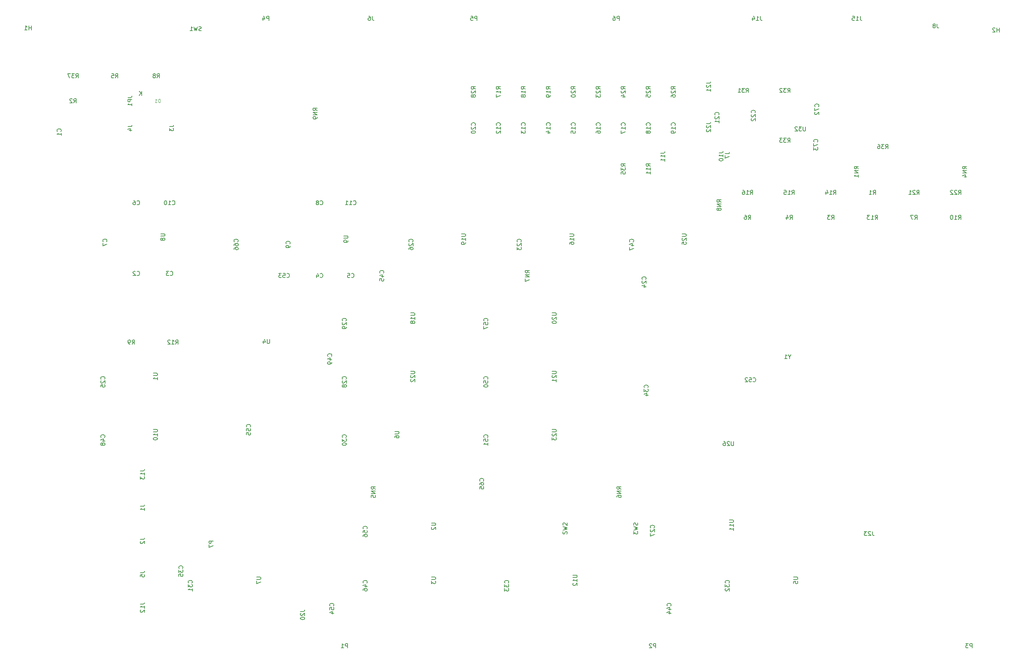
<source format=gbr>
%TF.GenerationSoftware,KiCad,Pcbnew,(6.0.11)*%
%TF.CreationDate,2023-11-08T11:43:00-05:00*%
%TF.ProjectId,input-output.Multi,696e7075-742d-46f7-9574-7075742e4d75,rev?*%
%TF.SameCoordinates,Original*%
%TF.FileFunction,Legend,Bot*%
%TF.FilePolarity,Positive*%
%FSLAX46Y46*%
G04 Gerber Fmt 4.6, Leading zero omitted, Abs format (unit mm)*
G04 Created by KiCad (PCBNEW (6.0.11)) date 2023-11-08 11:43:00*
%MOMM*%
%LPD*%
G01*
G04 APERTURE LIST*
%ADD10C,0.150000*%
%ADD11C,0.120000*%
G04 APERTURE END LIST*
D10*
%TO.C,C1*%
X43857142Y-102333333D02*
X43904761Y-102285714D01*
X43952380Y-102142857D01*
X43952380Y-102047619D01*
X43904761Y-101904761D01*
X43809523Y-101809523D01*
X43714285Y-101761904D01*
X43523809Y-101714285D01*
X43380952Y-101714285D01*
X43190476Y-101761904D01*
X43095238Y-101809523D01*
X43000000Y-101904761D01*
X42952380Y-102047619D01*
X42952380Y-102142857D01*
X43000000Y-102285714D01*
X43047619Y-102333333D01*
X43952380Y-103285714D02*
X43952380Y-102714285D01*
X43952380Y-103000000D02*
X42952380Y-103000000D01*
X43095238Y-102904761D01*
X43190476Y-102809523D01*
X43238095Y-102714285D01*
%TO.C,C21*%
X201857142Y-98357142D02*
X201904761Y-98309523D01*
X201952380Y-98166666D01*
X201952380Y-98071428D01*
X201904761Y-97928571D01*
X201809523Y-97833333D01*
X201714285Y-97785714D01*
X201523809Y-97738095D01*
X201380952Y-97738095D01*
X201190476Y-97785714D01*
X201095238Y-97833333D01*
X201000000Y-97928571D01*
X200952380Y-98071428D01*
X200952380Y-98166666D01*
X201000000Y-98309523D01*
X201047619Y-98357142D01*
X201047619Y-98738095D02*
X201000000Y-98785714D01*
X200952380Y-98880952D01*
X200952380Y-99119047D01*
X201000000Y-99214285D01*
X201047619Y-99261904D01*
X201142857Y-99309523D01*
X201238095Y-99309523D01*
X201380952Y-99261904D01*
X201952380Y-98690476D01*
X201952380Y-99309523D01*
X201952380Y-100261904D02*
X201952380Y-99690476D01*
X201952380Y-99976190D02*
X200952380Y-99976190D01*
X201095238Y-99880952D01*
X201190476Y-99785714D01*
X201238095Y-99690476D01*
%TO.C,C22*%
X210607142Y-97857142D02*
X210654761Y-97809523D01*
X210702380Y-97666666D01*
X210702380Y-97571428D01*
X210654761Y-97428571D01*
X210559523Y-97333333D01*
X210464285Y-97285714D01*
X210273809Y-97238095D01*
X210130952Y-97238095D01*
X209940476Y-97285714D01*
X209845238Y-97333333D01*
X209750000Y-97428571D01*
X209702380Y-97571428D01*
X209702380Y-97666666D01*
X209750000Y-97809523D01*
X209797619Y-97857142D01*
X209797619Y-98238095D02*
X209750000Y-98285714D01*
X209702380Y-98380952D01*
X209702380Y-98619047D01*
X209750000Y-98714285D01*
X209797619Y-98761904D01*
X209892857Y-98809523D01*
X209988095Y-98809523D01*
X210130952Y-98761904D01*
X210702380Y-98190476D01*
X210702380Y-98809523D01*
X209797619Y-99190476D02*
X209750000Y-99238095D01*
X209702380Y-99333333D01*
X209702380Y-99571428D01*
X209750000Y-99666666D01*
X209797619Y-99714285D01*
X209892857Y-99761904D01*
X209988095Y-99761904D01*
X210130952Y-99714285D01*
X210702380Y-99142857D01*
X210702380Y-99761904D01*
%TO.C,C23*%
X154357142Y-128857142D02*
X154404761Y-128809523D01*
X154452380Y-128666666D01*
X154452380Y-128571428D01*
X154404761Y-128428571D01*
X154309523Y-128333333D01*
X154214285Y-128285714D01*
X154023809Y-128238095D01*
X153880952Y-128238095D01*
X153690476Y-128285714D01*
X153595238Y-128333333D01*
X153500000Y-128428571D01*
X153452380Y-128571428D01*
X153452380Y-128666666D01*
X153500000Y-128809523D01*
X153547619Y-128857142D01*
X153547619Y-129238095D02*
X153500000Y-129285714D01*
X153452380Y-129380952D01*
X153452380Y-129619047D01*
X153500000Y-129714285D01*
X153547619Y-129761904D01*
X153642857Y-129809523D01*
X153738095Y-129809523D01*
X153880952Y-129761904D01*
X154452380Y-129190476D01*
X154452380Y-129809523D01*
X153452380Y-130142857D02*
X153452380Y-130761904D01*
X153833333Y-130428571D01*
X153833333Y-130571428D01*
X153880952Y-130666666D01*
X153928571Y-130714285D01*
X154023809Y-130761904D01*
X154261904Y-130761904D01*
X154357142Y-130714285D01*
X154404761Y-130666666D01*
X154452380Y-130571428D01*
X154452380Y-130285714D01*
X154404761Y-130190476D01*
X154357142Y-130142857D01*
%TO.C,C24*%
X184357142Y-137857142D02*
X184404761Y-137809523D01*
X184452380Y-137666666D01*
X184452380Y-137571428D01*
X184404761Y-137428571D01*
X184309523Y-137333333D01*
X184214285Y-137285714D01*
X184023809Y-137238095D01*
X183880952Y-137238095D01*
X183690476Y-137285714D01*
X183595238Y-137333333D01*
X183500000Y-137428571D01*
X183452380Y-137571428D01*
X183452380Y-137666666D01*
X183500000Y-137809523D01*
X183547619Y-137857142D01*
X183547619Y-138238095D02*
X183500000Y-138285714D01*
X183452380Y-138380952D01*
X183452380Y-138619047D01*
X183500000Y-138714285D01*
X183547619Y-138761904D01*
X183642857Y-138809523D01*
X183738095Y-138809523D01*
X183880952Y-138761904D01*
X184452380Y-138190476D01*
X184452380Y-138809523D01*
X183785714Y-139666666D02*
X184452380Y-139666666D01*
X183404761Y-139428571D02*
X184119047Y-139190476D01*
X184119047Y-139809523D01*
%TO.C,C25*%
X54357142Y-161857142D02*
X54404761Y-161809523D01*
X54452380Y-161666666D01*
X54452380Y-161571428D01*
X54404761Y-161428571D01*
X54309523Y-161333333D01*
X54214285Y-161285714D01*
X54023809Y-161238095D01*
X53880952Y-161238095D01*
X53690476Y-161285714D01*
X53595238Y-161333333D01*
X53500000Y-161428571D01*
X53452380Y-161571428D01*
X53452380Y-161666666D01*
X53500000Y-161809523D01*
X53547619Y-161857142D01*
X53547619Y-162238095D02*
X53500000Y-162285714D01*
X53452380Y-162380952D01*
X53452380Y-162619047D01*
X53500000Y-162714285D01*
X53547619Y-162761904D01*
X53642857Y-162809523D01*
X53738095Y-162809523D01*
X53880952Y-162761904D01*
X54452380Y-162190476D01*
X54452380Y-162809523D01*
X53452380Y-163714285D02*
X53452380Y-163238095D01*
X53928571Y-163190476D01*
X53880952Y-163238095D01*
X53833333Y-163333333D01*
X53833333Y-163571428D01*
X53880952Y-163666666D01*
X53928571Y-163714285D01*
X54023809Y-163761904D01*
X54261904Y-163761904D01*
X54357142Y-163714285D01*
X54404761Y-163666666D01*
X54452380Y-163571428D01*
X54452380Y-163333333D01*
X54404761Y-163238095D01*
X54357142Y-163190476D01*
%TO.C,C26*%
X128357142Y-128857142D02*
X128404761Y-128809523D01*
X128452380Y-128666666D01*
X128452380Y-128571428D01*
X128404761Y-128428571D01*
X128309523Y-128333333D01*
X128214285Y-128285714D01*
X128023809Y-128238095D01*
X127880952Y-128238095D01*
X127690476Y-128285714D01*
X127595238Y-128333333D01*
X127500000Y-128428571D01*
X127452380Y-128571428D01*
X127452380Y-128666666D01*
X127500000Y-128809523D01*
X127547619Y-128857142D01*
X127547619Y-129238095D02*
X127500000Y-129285714D01*
X127452380Y-129380952D01*
X127452380Y-129619047D01*
X127500000Y-129714285D01*
X127547619Y-129761904D01*
X127642857Y-129809523D01*
X127738095Y-129809523D01*
X127880952Y-129761904D01*
X128452380Y-129190476D01*
X128452380Y-129809523D01*
X127452380Y-130666666D02*
X127452380Y-130476190D01*
X127500000Y-130380952D01*
X127547619Y-130333333D01*
X127690476Y-130238095D01*
X127880952Y-130190476D01*
X128261904Y-130190476D01*
X128357142Y-130238095D01*
X128404761Y-130285714D01*
X128452380Y-130380952D01*
X128452380Y-130571428D01*
X128404761Y-130666666D01*
X128357142Y-130714285D01*
X128261904Y-130761904D01*
X128023809Y-130761904D01*
X127928571Y-130714285D01*
X127880952Y-130666666D01*
X127833333Y-130571428D01*
X127833333Y-130380952D01*
X127880952Y-130285714D01*
X127928571Y-130238095D01*
X128023809Y-130190476D01*
%TO.C,C27*%
X186357142Y-197607142D02*
X186404761Y-197559523D01*
X186452380Y-197416666D01*
X186452380Y-197321428D01*
X186404761Y-197178571D01*
X186309523Y-197083333D01*
X186214285Y-197035714D01*
X186023809Y-196988095D01*
X185880952Y-196988095D01*
X185690476Y-197035714D01*
X185595238Y-197083333D01*
X185500000Y-197178571D01*
X185452380Y-197321428D01*
X185452380Y-197416666D01*
X185500000Y-197559523D01*
X185547619Y-197607142D01*
X185547619Y-197988095D02*
X185500000Y-198035714D01*
X185452380Y-198130952D01*
X185452380Y-198369047D01*
X185500000Y-198464285D01*
X185547619Y-198511904D01*
X185642857Y-198559523D01*
X185738095Y-198559523D01*
X185880952Y-198511904D01*
X186452380Y-197940476D01*
X186452380Y-198559523D01*
X185452380Y-198892857D02*
X185452380Y-199559523D01*
X186452380Y-199130952D01*
%TO.C,C28*%
X112357142Y-161857142D02*
X112404761Y-161809523D01*
X112452380Y-161666666D01*
X112452380Y-161571428D01*
X112404761Y-161428571D01*
X112309523Y-161333333D01*
X112214285Y-161285714D01*
X112023809Y-161238095D01*
X111880952Y-161238095D01*
X111690476Y-161285714D01*
X111595238Y-161333333D01*
X111500000Y-161428571D01*
X111452380Y-161571428D01*
X111452380Y-161666666D01*
X111500000Y-161809523D01*
X111547619Y-161857142D01*
X111547619Y-162238095D02*
X111500000Y-162285714D01*
X111452380Y-162380952D01*
X111452380Y-162619047D01*
X111500000Y-162714285D01*
X111547619Y-162761904D01*
X111642857Y-162809523D01*
X111738095Y-162809523D01*
X111880952Y-162761904D01*
X112452380Y-162190476D01*
X112452380Y-162809523D01*
X111880952Y-163380952D02*
X111833333Y-163285714D01*
X111785714Y-163238095D01*
X111690476Y-163190476D01*
X111642857Y-163190476D01*
X111547619Y-163238095D01*
X111500000Y-163285714D01*
X111452380Y-163380952D01*
X111452380Y-163571428D01*
X111500000Y-163666666D01*
X111547619Y-163714285D01*
X111642857Y-163761904D01*
X111690476Y-163761904D01*
X111785714Y-163714285D01*
X111833333Y-163666666D01*
X111880952Y-163571428D01*
X111880952Y-163380952D01*
X111928571Y-163285714D01*
X111976190Y-163238095D01*
X112071428Y-163190476D01*
X112261904Y-163190476D01*
X112357142Y-163238095D01*
X112404761Y-163285714D01*
X112452380Y-163380952D01*
X112452380Y-163571428D01*
X112404761Y-163666666D01*
X112357142Y-163714285D01*
X112261904Y-163761904D01*
X112071428Y-163761904D01*
X111976190Y-163714285D01*
X111928571Y-163666666D01*
X111880952Y-163571428D01*
%TO.C,C29*%
X112357142Y-147857142D02*
X112404761Y-147809523D01*
X112452380Y-147666666D01*
X112452380Y-147571428D01*
X112404761Y-147428571D01*
X112309523Y-147333333D01*
X112214285Y-147285714D01*
X112023809Y-147238095D01*
X111880952Y-147238095D01*
X111690476Y-147285714D01*
X111595238Y-147333333D01*
X111500000Y-147428571D01*
X111452380Y-147571428D01*
X111452380Y-147666666D01*
X111500000Y-147809523D01*
X111547619Y-147857142D01*
X111547619Y-148238095D02*
X111500000Y-148285714D01*
X111452380Y-148380952D01*
X111452380Y-148619047D01*
X111500000Y-148714285D01*
X111547619Y-148761904D01*
X111642857Y-148809523D01*
X111738095Y-148809523D01*
X111880952Y-148761904D01*
X112452380Y-148190476D01*
X112452380Y-148809523D01*
X112452380Y-149285714D02*
X112452380Y-149476190D01*
X112404761Y-149571428D01*
X112357142Y-149619047D01*
X112214285Y-149714285D01*
X112023809Y-149761904D01*
X111642857Y-149761904D01*
X111547619Y-149714285D01*
X111500000Y-149666666D01*
X111452380Y-149571428D01*
X111452380Y-149380952D01*
X111500000Y-149285714D01*
X111547619Y-149238095D01*
X111642857Y-149190476D01*
X111880952Y-149190476D01*
X111976190Y-149238095D01*
X112023809Y-149285714D01*
X112071428Y-149380952D01*
X112071428Y-149571428D01*
X112023809Y-149666666D01*
X111976190Y-149714285D01*
X111880952Y-149761904D01*
%TO.C,C30*%
X112357142Y-175857142D02*
X112404761Y-175809523D01*
X112452380Y-175666666D01*
X112452380Y-175571428D01*
X112404761Y-175428571D01*
X112309523Y-175333333D01*
X112214285Y-175285714D01*
X112023809Y-175238095D01*
X111880952Y-175238095D01*
X111690476Y-175285714D01*
X111595238Y-175333333D01*
X111500000Y-175428571D01*
X111452380Y-175571428D01*
X111452380Y-175666666D01*
X111500000Y-175809523D01*
X111547619Y-175857142D01*
X111452380Y-176190476D02*
X111452380Y-176809523D01*
X111833333Y-176476190D01*
X111833333Y-176619047D01*
X111880952Y-176714285D01*
X111928571Y-176761904D01*
X112023809Y-176809523D01*
X112261904Y-176809523D01*
X112357142Y-176761904D01*
X112404761Y-176714285D01*
X112452380Y-176619047D01*
X112452380Y-176333333D01*
X112404761Y-176238095D01*
X112357142Y-176190476D01*
X111452380Y-177428571D02*
X111452380Y-177523809D01*
X111500000Y-177619047D01*
X111547619Y-177666666D01*
X111642857Y-177714285D01*
X111833333Y-177761904D01*
X112071428Y-177761904D01*
X112261904Y-177714285D01*
X112357142Y-177666666D01*
X112404761Y-177619047D01*
X112452380Y-177523809D01*
X112452380Y-177428571D01*
X112404761Y-177333333D01*
X112357142Y-177285714D01*
X112261904Y-177238095D01*
X112071428Y-177190476D01*
X111833333Y-177190476D01*
X111642857Y-177238095D01*
X111547619Y-177285714D01*
X111500000Y-177333333D01*
X111452380Y-177428571D01*
%TO.C,C32*%
X204357142Y-210857142D02*
X204404761Y-210809523D01*
X204452380Y-210666666D01*
X204452380Y-210571428D01*
X204404761Y-210428571D01*
X204309523Y-210333333D01*
X204214285Y-210285714D01*
X204023809Y-210238095D01*
X203880952Y-210238095D01*
X203690476Y-210285714D01*
X203595238Y-210333333D01*
X203500000Y-210428571D01*
X203452380Y-210571428D01*
X203452380Y-210666666D01*
X203500000Y-210809523D01*
X203547619Y-210857142D01*
X203452380Y-211190476D02*
X203452380Y-211809523D01*
X203833333Y-211476190D01*
X203833333Y-211619047D01*
X203880952Y-211714285D01*
X203928571Y-211761904D01*
X204023809Y-211809523D01*
X204261904Y-211809523D01*
X204357142Y-211761904D01*
X204404761Y-211714285D01*
X204452380Y-211619047D01*
X204452380Y-211333333D01*
X204404761Y-211238095D01*
X204357142Y-211190476D01*
X203547619Y-212190476D02*
X203500000Y-212238095D01*
X203452380Y-212333333D01*
X203452380Y-212571428D01*
X203500000Y-212666666D01*
X203547619Y-212714285D01*
X203642857Y-212761904D01*
X203738095Y-212761904D01*
X203880952Y-212714285D01*
X204452380Y-212142857D01*
X204452380Y-212761904D01*
%TO.C,C33*%
X151357142Y-210857142D02*
X151404761Y-210809523D01*
X151452380Y-210666666D01*
X151452380Y-210571428D01*
X151404761Y-210428571D01*
X151309523Y-210333333D01*
X151214285Y-210285714D01*
X151023809Y-210238095D01*
X150880952Y-210238095D01*
X150690476Y-210285714D01*
X150595238Y-210333333D01*
X150500000Y-210428571D01*
X150452380Y-210571428D01*
X150452380Y-210666666D01*
X150500000Y-210809523D01*
X150547619Y-210857142D01*
X150452380Y-211190476D02*
X150452380Y-211809523D01*
X150833333Y-211476190D01*
X150833333Y-211619047D01*
X150880952Y-211714285D01*
X150928571Y-211761904D01*
X151023809Y-211809523D01*
X151261904Y-211809523D01*
X151357142Y-211761904D01*
X151404761Y-211714285D01*
X151452380Y-211619047D01*
X151452380Y-211333333D01*
X151404761Y-211238095D01*
X151357142Y-211190476D01*
X150452380Y-212142857D02*
X150452380Y-212761904D01*
X150833333Y-212428571D01*
X150833333Y-212571428D01*
X150880952Y-212666666D01*
X150928571Y-212714285D01*
X151023809Y-212761904D01*
X151261904Y-212761904D01*
X151357142Y-212714285D01*
X151404761Y-212666666D01*
X151452380Y-212571428D01*
X151452380Y-212285714D01*
X151404761Y-212190476D01*
X151357142Y-212142857D01*
%TO.C,C34*%
X184857142Y-163907142D02*
X184904761Y-163859523D01*
X184952380Y-163716666D01*
X184952380Y-163621428D01*
X184904761Y-163478571D01*
X184809523Y-163383333D01*
X184714285Y-163335714D01*
X184523809Y-163288095D01*
X184380952Y-163288095D01*
X184190476Y-163335714D01*
X184095238Y-163383333D01*
X184000000Y-163478571D01*
X183952380Y-163621428D01*
X183952380Y-163716666D01*
X184000000Y-163859523D01*
X184047619Y-163907142D01*
X183952380Y-164240476D02*
X183952380Y-164859523D01*
X184333333Y-164526190D01*
X184333333Y-164669047D01*
X184380952Y-164764285D01*
X184428571Y-164811904D01*
X184523809Y-164859523D01*
X184761904Y-164859523D01*
X184857142Y-164811904D01*
X184904761Y-164764285D01*
X184952380Y-164669047D01*
X184952380Y-164383333D01*
X184904761Y-164288095D01*
X184857142Y-164240476D01*
X184285714Y-165716666D02*
X184952380Y-165716666D01*
X183904761Y-165478571D02*
X184619047Y-165240476D01*
X184619047Y-165859523D01*
%TO.C,C35*%
X73107142Y-207357142D02*
X73154761Y-207309523D01*
X73202380Y-207166666D01*
X73202380Y-207071428D01*
X73154761Y-206928571D01*
X73059523Y-206833333D01*
X72964285Y-206785714D01*
X72773809Y-206738095D01*
X72630952Y-206738095D01*
X72440476Y-206785714D01*
X72345238Y-206833333D01*
X72250000Y-206928571D01*
X72202380Y-207071428D01*
X72202380Y-207166666D01*
X72250000Y-207309523D01*
X72297619Y-207357142D01*
X72202380Y-207690476D02*
X72202380Y-208309523D01*
X72583333Y-207976190D01*
X72583333Y-208119047D01*
X72630952Y-208214285D01*
X72678571Y-208261904D01*
X72773809Y-208309523D01*
X73011904Y-208309523D01*
X73107142Y-208261904D01*
X73154761Y-208214285D01*
X73202380Y-208119047D01*
X73202380Y-207833333D01*
X73154761Y-207738095D01*
X73107142Y-207690476D01*
X72202380Y-209214285D02*
X72202380Y-208738095D01*
X72678571Y-208690476D01*
X72630952Y-208738095D01*
X72583333Y-208833333D01*
X72583333Y-209071428D01*
X72630952Y-209166666D01*
X72678571Y-209214285D01*
X72773809Y-209261904D01*
X73011904Y-209261904D01*
X73107142Y-209214285D01*
X73154761Y-209166666D01*
X73202380Y-209071428D01*
X73202380Y-208833333D01*
X73154761Y-208738095D01*
X73107142Y-208690476D01*
%TO.C,C45*%
X121357142Y-136357142D02*
X121404761Y-136309523D01*
X121452380Y-136166666D01*
X121452380Y-136071428D01*
X121404761Y-135928571D01*
X121309523Y-135833333D01*
X121214285Y-135785714D01*
X121023809Y-135738095D01*
X120880952Y-135738095D01*
X120690476Y-135785714D01*
X120595238Y-135833333D01*
X120500000Y-135928571D01*
X120452380Y-136071428D01*
X120452380Y-136166666D01*
X120500000Y-136309523D01*
X120547619Y-136357142D01*
X120785714Y-137214285D02*
X121452380Y-137214285D01*
X120404761Y-136976190D02*
X121119047Y-136738095D01*
X121119047Y-137357142D01*
X120452380Y-138214285D02*
X120452380Y-137738095D01*
X120928571Y-137690476D01*
X120880952Y-137738095D01*
X120833333Y-137833333D01*
X120833333Y-138071428D01*
X120880952Y-138166666D01*
X120928571Y-138214285D01*
X121023809Y-138261904D01*
X121261904Y-138261904D01*
X121357142Y-138214285D01*
X121404761Y-138166666D01*
X121452380Y-138071428D01*
X121452380Y-137833333D01*
X121404761Y-137738095D01*
X121357142Y-137690476D01*
%TO.C,C46*%
X117357142Y-210857142D02*
X117404761Y-210809523D01*
X117452380Y-210666666D01*
X117452380Y-210571428D01*
X117404761Y-210428571D01*
X117309523Y-210333333D01*
X117214285Y-210285714D01*
X117023809Y-210238095D01*
X116880952Y-210238095D01*
X116690476Y-210285714D01*
X116595238Y-210333333D01*
X116500000Y-210428571D01*
X116452380Y-210571428D01*
X116452380Y-210666666D01*
X116500000Y-210809523D01*
X116547619Y-210857142D01*
X116785714Y-211714285D02*
X117452380Y-211714285D01*
X116404761Y-211476190D02*
X117119047Y-211238095D01*
X117119047Y-211857142D01*
X116452380Y-212666666D02*
X116452380Y-212476190D01*
X116500000Y-212380952D01*
X116547619Y-212333333D01*
X116690476Y-212238095D01*
X116880952Y-212190476D01*
X117261904Y-212190476D01*
X117357142Y-212238095D01*
X117404761Y-212285714D01*
X117452380Y-212380952D01*
X117452380Y-212571428D01*
X117404761Y-212666666D01*
X117357142Y-212714285D01*
X117261904Y-212761904D01*
X117023809Y-212761904D01*
X116928571Y-212714285D01*
X116880952Y-212666666D01*
X116833333Y-212571428D01*
X116833333Y-212380952D01*
X116880952Y-212285714D01*
X116928571Y-212238095D01*
X117023809Y-212190476D01*
%TO.C,C47*%
X181357142Y-128857142D02*
X181404761Y-128809523D01*
X181452380Y-128666666D01*
X181452380Y-128571428D01*
X181404761Y-128428571D01*
X181309523Y-128333333D01*
X181214285Y-128285714D01*
X181023809Y-128238095D01*
X180880952Y-128238095D01*
X180690476Y-128285714D01*
X180595238Y-128333333D01*
X180500000Y-128428571D01*
X180452380Y-128571428D01*
X180452380Y-128666666D01*
X180500000Y-128809523D01*
X180547619Y-128857142D01*
X180785714Y-129714285D02*
X181452380Y-129714285D01*
X180404761Y-129476190D02*
X181119047Y-129238095D01*
X181119047Y-129857142D01*
X180452380Y-130142857D02*
X180452380Y-130809523D01*
X181452380Y-130380952D01*
%TO.C,C48*%
X54357142Y-175857142D02*
X54404761Y-175809523D01*
X54452380Y-175666666D01*
X54452380Y-175571428D01*
X54404761Y-175428571D01*
X54309523Y-175333333D01*
X54214285Y-175285714D01*
X54023809Y-175238095D01*
X53880952Y-175238095D01*
X53690476Y-175285714D01*
X53595238Y-175333333D01*
X53500000Y-175428571D01*
X53452380Y-175571428D01*
X53452380Y-175666666D01*
X53500000Y-175809523D01*
X53547619Y-175857142D01*
X53785714Y-176714285D02*
X54452380Y-176714285D01*
X53404761Y-176476190D02*
X54119047Y-176238095D01*
X54119047Y-176857142D01*
X53880952Y-177380952D02*
X53833333Y-177285714D01*
X53785714Y-177238095D01*
X53690476Y-177190476D01*
X53642857Y-177190476D01*
X53547619Y-177238095D01*
X53500000Y-177285714D01*
X53452380Y-177380952D01*
X53452380Y-177571428D01*
X53500000Y-177666666D01*
X53547619Y-177714285D01*
X53642857Y-177761904D01*
X53690476Y-177761904D01*
X53785714Y-177714285D01*
X53833333Y-177666666D01*
X53880952Y-177571428D01*
X53880952Y-177380952D01*
X53928571Y-177285714D01*
X53976190Y-177238095D01*
X54071428Y-177190476D01*
X54261904Y-177190476D01*
X54357142Y-177238095D01*
X54404761Y-177285714D01*
X54452380Y-177380952D01*
X54452380Y-177571428D01*
X54404761Y-177666666D01*
X54357142Y-177714285D01*
X54261904Y-177761904D01*
X54071428Y-177761904D01*
X53976190Y-177714285D01*
X53928571Y-177666666D01*
X53880952Y-177571428D01*
%TO.C,C49*%
X108857142Y-156357142D02*
X108904761Y-156309523D01*
X108952380Y-156166666D01*
X108952380Y-156071428D01*
X108904761Y-155928571D01*
X108809523Y-155833333D01*
X108714285Y-155785714D01*
X108523809Y-155738095D01*
X108380952Y-155738095D01*
X108190476Y-155785714D01*
X108095238Y-155833333D01*
X108000000Y-155928571D01*
X107952380Y-156071428D01*
X107952380Y-156166666D01*
X108000000Y-156309523D01*
X108047619Y-156357142D01*
X108285714Y-157214285D02*
X108952380Y-157214285D01*
X107904761Y-156976190D02*
X108619047Y-156738095D01*
X108619047Y-157357142D01*
X108952380Y-157785714D02*
X108952380Y-157976190D01*
X108904761Y-158071428D01*
X108857142Y-158119047D01*
X108714285Y-158214285D01*
X108523809Y-158261904D01*
X108142857Y-158261904D01*
X108047619Y-158214285D01*
X108000000Y-158166666D01*
X107952380Y-158071428D01*
X107952380Y-157880952D01*
X108000000Y-157785714D01*
X108047619Y-157738095D01*
X108142857Y-157690476D01*
X108380952Y-157690476D01*
X108476190Y-157738095D01*
X108523809Y-157785714D01*
X108571428Y-157880952D01*
X108571428Y-158071428D01*
X108523809Y-158166666D01*
X108476190Y-158214285D01*
X108380952Y-158261904D01*
%TO.C,C53*%
X98142857Y-137357142D02*
X98190476Y-137404761D01*
X98333333Y-137452380D01*
X98428571Y-137452380D01*
X98571428Y-137404761D01*
X98666666Y-137309523D01*
X98714285Y-137214285D01*
X98761904Y-137023809D01*
X98761904Y-136880952D01*
X98714285Y-136690476D01*
X98666666Y-136595238D01*
X98571428Y-136500000D01*
X98428571Y-136452380D01*
X98333333Y-136452380D01*
X98190476Y-136500000D01*
X98142857Y-136547619D01*
X97238095Y-136452380D02*
X97714285Y-136452380D01*
X97761904Y-136928571D01*
X97714285Y-136880952D01*
X97619047Y-136833333D01*
X97380952Y-136833333D01*
X97285714Y-136880952D01*
X97238095Y-136928571D01*
X97190476Y-137023809D01*
X97190476Y-137261904D01*
X97238095Y-137357142D01*
X97285714Y-137404761D01*
X97380952Y-137452380D01*
X97619047Y-137452380D01*
X97714285Y-137404761D01*
X97761904Y-137357142D01*
X96857142Y-136452380D02*
X96238095Y-136452380D01*
X96571428Y-136833333D01*
X96428571Y-136833333D01*
X96333333Y-136880952D01*
X96285714Y-136928571D01*
X96238095Y-137023809D01*
X96238095Y-137261904D01*
X96285714Y-137357142D01*
X96333333Y-137404761D01*
X96428571Y-137452380D01*
X96714285Y-137452380D01*
X96809523Y-137404761D01*
X96857142Y-137357142D01*
%TO.C,C54*%
X109357142Y-216357142D02*
X109404761Y-216309523D01*
X109452380Y-216166666D01*
X109452380Y-216071428D01*
X109404761Y-215928571D01*
X109309523Y-215833333D01*
X109214285Y-215785714D01*
X109023809Y-215738095D01*
X108880952Y-215738095D01*
X108690476Y-215785714D01*
X108595238Y-215833333D01*
X108500000Y-215928571D01*
X108452380Y-216071428D01*
X108452380Y-216166666D01*
X108500000Y-216309523D01*
X108547619Y-216357142D01*
X108452380Y-217261904D02*
X108452380Y-216785714D01*
X108928571Y-216738095D01*
X108880952Y-216785714D01*
X108833333Y-216880952D01*
X108833333Y-217119047D01*
X108880952Y-217214285D01*
X108928571Y-217261904D01*
X109023809Y-217309523D01*
X109261904Y-217309523D01*
X109357142Y-217261904D01*
X109404761Y-217214285D01*
X109452380Y-217119047D01*
X109452380Y-216880952D01*
X109404761Y-216785714D01*
X109357142Y-216738095D01*
X108785714Y-218166666D02*
X109452380Y-218166666D01*
X108404761Y-217928571D02*
X109119047Y-217690476D01*
X109119047Y-218309523D01*
%TO.C,C55*%
X89357142Y-173357142D02*
X89404761Y-173309523D01*
X89452380Y-173166666D01*
X89452380Y-173071428D01*
X89404761Y-172928571D01*
X89309523Y-172833333D01*
X89214285Y-172785714D01*
X89023809Y-172738095D01*
X88880952Y-172738095D01*
X88690476Y-172785714D01*
X88595238Y-172833333D01*
X88500000Y-172928571D01*
X88452380Y-173071428D01*
X88452380Y-173166666D01*
X88500000Y-173309523D01*
X88547619Y-173357142D01*
X88452380Y-174261904D02*
X88452380Y-173785714D01*
X88928571Y-173738095D01*
X88880952Y-173785714D01*
X88833333Y-173880952D01*
X88833333Y-174119047D01*
X88880952Y-174214285D01*
X88928571Y-174261904D01*
X89023809Y-174309523D01*
X89261904Y-174309523D01*
X89357142Y-174261904D01*
X89404761Y-174214285D01*
X89452380Y-174119047D01*
X89452380Y-173880952D01*
X89404761Y-173785714D01*
X89357142Y-173738095D01*
X88452380Y-175214285D02*
X88452380Y-174738095D01*
X88928571Y-174690476D01*
X88880952Y-174738095D01*
X88833333Y-174833333D01*
X88833333Y-175071428D01*
X88880952Y-175166666D01*
X88928571Y-175214285D01*
X89023809Y-175261904D01*
X89261904Y-175261904D01*
X89357142Y-175214285D01*
X89404761Y-175166666D01*
X89452380Y-175071428D01*
X89452380Y-174833333D01*
X89404761Y-174738095D01*
X89357142Y-174690476D01*
%TO.C,C56*%
X117357142Y-197857142D02*
X117404761Y-197809523D01*
X117452380Y-197666666D01*
X117452380Y-197571428D01*
X117404761Y-197428571D01*
X117309523Y-197333333D01*
X117214285Y-197285714D01*
X117023809Y-197238095D01*
X116880952Y-197238095D01*
X116690476Y-197285714D01*
X116595238Y-197333333D01*
X116500000Y-197428571D01*
X116452380Y-197571428D01*
X116452380Y-197666666D01*
X116500000Y-197809523D01*
X116547619Y-197857142D01*
X116452380Y-198761904D02*
X116452380Y-198285714D01*
X116928571Y-198238095D01*
X116880952Y-198285714D01*
X116833333Y-198380952D01*
X116833333Y-198619047D01*
X116880952Y-198714285D01*
X116928571Y-198761904D01*
X117023809Y-198809523D01*
X117261904Y-198809523D01*
X117357142Y-198761904D01*
X117404761Y-198714285D01*
X117452380Y-198619047D01*
X117452380Y-198380952D01*
X117404761Y-198285714D01*
X117357142Y-198238095D01*
X116452380Y-199666666D02*
X116452380Y-199476190D01*
X116500000Y-199380952D01*
X116547619Y-199333333D01*
X116690476Y-199238095D01*
X116880952Y-199190476D01*
X117261904Y-199190476D01*
X117357142Y-199238095D01*
X117404761Y-199285714D01*
X117452380Y-199380952D01*
X117452380Y-199571428D01*
X117404761Y-199666666D01*
X117357142Y-199714285D01*
X117261904Y-199761904D01*
X117023809Y-199761904D01*
X116928571Y-199714285D01*
X116880952Y-199666666D01*
X116833333Y-199571428D01*
X116833333Y-199380952D01*
X116880952Y-199285714D01*
X116928571Y-199238095D01*
X117023809Y-199190476D01*
%TO.C,C57*%
X146357142Y-147857142D02*
X146404761Y-147809523D01*
X146452380Y-147666666D01*
X146452380Y-147571428D01*
X146404761Y-147428571D01*
X146309523Y-147333333D01*
X146214285Y-147285714D01*
X146023809Y-147238095D01*
X145880952Y-147238095D01*
X145690476Y-147285714D01*
X145595238Y-147333333D01*
X145500000Y-147428571D01*
X145452380Y-147571428D01*
X145452380Y-147666666D01*
X145500000Y-147809523D01*
X145547619Y-147857142D01*
X145452380Y-148761904D02*
X145452380Y-148285714D01*
X145928571Y-148238095D01*
X145880952Y-148285714D01*
X145833333Y-148380952D01*
X145833333Y-148619047D01*
X145880952Y-148714285D01*
X145928571Y-148761904D01*
X146023809Y-148809523D01*
X146261904Y-148809523D01*
X146357142Y-148761904D01*
X146404761Y-148714285D01*
X146452380Y-148619047D01*
X146452380Y-148380952D01*
X146404761Y-148285714D01*
X146357142Y-148238095D01*
X145452380Y-149142857D02*
X145452380Y-149809523D01*
X146452380Y-149380952D01*
%TO.C,C65*%
X145357142Y-186357142D02*
X145404761Y-186309523D01*
X145452380Y-186166666D01*
X145452380Y-186071428D01*
X145404761Y-185928571D01*
X145309523Y-185833333D01*
X145214285Y-185785714D01*
X145023809Y-185738095D01*
X144880952Y-185738095D01*
X144690476Y-185785714D01*
X144595238Y-185833333D01*
X144500000Y-185928571D01*
X144452380Y-186071428D01*
X144452380Y-186166666D01*
X144500000Y-186309523D01*
X144547619Y-186357142D01*
X144452380Y-187214285D02*
X144452380Y-187023809D01*
X144500000Y-186928571D01*
X144547619Y-186880952D01*
X144690476Y-186785714D01*
X144880952Y-186738095D01*
X145261904Y-186738095D01*
X145357142Y-186785714D01*
X145404761Y-186833333D01*
X145452380Y-186928571D01*
X145452380Y-187119047D01*
X145404761Y-187214285D01*
X145357142Y-187261904D01*
X145261904Y-187309523D01*
X145023809Y-187309523D01*
X144928571Y-187261904D01*
X144880952Y-187214285D01*
X144833333Y-187119047D01*
X144833333Y-186928571D01*
X144880952Y-186833333D01*
X144928571Y-186785714D01*
X145023809Y-186738095D01*
X144452380Y-188214285D02*
X144452380Y-187738095D01*
X144928571Y-187690476D01*
X144880952Y-187738095D01*
X144833333Y-187833333D01*
X144833333Y-188071428D01*
X144880952Y-188166666D01*
X144928571Y-188214285D01*
X145023809Y-188261904D01*
X145261904Y-188261904D01*
X145357142Y-188214285D01*
X145404761Y-188166666D01*
X145452380Y-188071428D01*
X145452380Y-187833333D01*
X145404761Y-187738095D01*
X145357142Y-187690476D01*
%TO.C,C66*%
X86357142Y-128857142D02*
X86404761Y-128809523D01*
X86452380Y-128666666D01*
X86452380Y-128571428D01*
X86404761Y-128428571D01*
X86309523Y-128333333D01*
X86214285Y-128285714D01*
X86023809Y-128238095D01*
X85880952Y-128238095D01*
X85690476Y-128285714D01*
X85595238Y-128333333D01*
X85500000Y-128428571D01*
X85452380Y-128571428D01*
X85452380Y-128666666D01*
X85500000Y-128809523D01*
X85547619Y-128857142D01*
X85452380Y-129714285D02*
X85452380Y-129523809D01*
X85500000Y-129428571D01*
X85547619Y-129380952D01*
X85690476Y-129285714D01*
X85880952Y-129238095D01*
X86261904Y-129238095D01*
X86357142Y-129285714D01*
X86404761Y-129333333D01*
X86452380Y-129428571D01*
X86452380Y-129619047D01*
X86404761Y-129714285D01*
X86357142Y-129761904D01*
X86261904Y-129809523D01*
X86023809Y-129809523D01*
X85928571Y-129761904D01*
X85880952Y-129714285D01*
X85833333Y-129619047D01*
X85833333Y-129428571D01*
X85880952Y-129333333D01*
X85928571Y-129285714D01*
X86023809Y-129238095D01*
X85452380Y-130666666D02*
X85452380Y-130476190D01*
X85500000Y-130380952D01*
X85547619Y-130333333D01*
X85690476Y-130238095D01*
X85880952Y-130190476D01*
X86261904Y-130190476D01*
X86357142Y-130238095D01*
X86404761Y-130285714D01*
X86452380Y-130380952D01*
X86452380Y-130571428D01*
X86404761Y-130666666D01*
X86357142Y-130714285D01*
X86261904Y-130761904D01*
X86023809Y-130761904D01*
X85928571Y-130714285D01*
X85880952Y-130666666D01*
X85833333Y-130571428D01*
X85833333Y-130380952D01*
X85880952Y-130285714D01*
X85928571Y-130238095D01*
X86023809Y-130190476D01*
%TO.C,C72*%
X225857142Y-96357142D02*
X225904761Y-96309523D01*
X225952380Y-96166666D01*
X225952380Y-96071428D01*
X225904761Y-95928571D01*
X225809523Y-95833333D01*
X225714285Y-95785714D01*
X225523809Y-95738095D01*
X225380952Y-95738095D01*
X225190476Y-95785714D01*
X225095238Y-95833333D01*
X225000000Y-95928571D01*
X224952380Y-96071428D01*
X224952380Y-96166666D01*
X225000000Y-96309523D01*
X225047619Y-96357142D01*
X224952380Y-96690476D02*
X224952380Y-97357142D01*
X225952380Y-96928571D01*
X225047619Y-97690476D02*
X225000000Y-97738095D01*
X224952380Y-97833333D01*
X224952380Y-98071428D01*
X225000000Y-98166666D01*
X225047619Y-98214285D01*
X225142857Y-98261904D01*
X225238095Y-98261904D01*
X225380952Y-98214285D01*
X225952380Y-97642857D01*
X225952380Y-98261904D01*
%TO.C,C73*%
X225607142Y-104857142D02*
X225654761Y-104809523D01*
X225702380Y-104666666D01*
X225702380Y-104571428D01*
X225654761Y-104428571D01*
X225559523Y-104333333D01*
X225464285Y-104285714D01*
X225273809Y-104238095D01*
X225130952Y-104238095D01*
X224940476Y-104285714D01*
X224845238Y-104333333D01*
X224750000Y-104428571D01*
X224702380Y-104571428D01*
X224702380Y-104666666D01*
X224750000Y-104809523D01*
X224797619Y-104857142D01*
X224702380Y-105190476D02*
X224702380Y-105857142D01*
X225702380Y-105428571D01*
X224702380Y-106142857D02*
X224702380Y-106761904D01*
X225083333Y-106428571D01*
X225083333Y-106571428D01*
X225130952Y-106666666D01*
X225178571Y-106714285D01*
X225273809Y-106761904D01*
X225511904Y-106761904D01*
X225607142Y-106714285D01*
X225654761Y-106666666D01*
X225702380Y-106571428D01*
X225702380Y-106285714D01*
X225654761Y-106190476D01*
X225607142Y-106142857D01*
%TO.C,D1*%
X63261904Y-93652380D02*
X63261904Y-92652380D01*
X62690476Y-93652380D02*
X63119047Y-93080952D01*
X62690476Y-92652380D02*
X63261904Y-93223809D01*
D11*
X67700476Y-95361904D02*
X67700476Y-94561904D01*
X67510000Y-94561904D01*
X67395714Y-94600000D01*
X67319523Y-94676190D01*
X67281428Y-94752380D01*
X67243333Y-94904761D01*
X67243333Y-95019047D01*
X67281428Y-95171428D01*
X67319523Y-95247619D01*
X67395714Y-95323809D01*
X67510000Y-95361904D01*
X67700476Y-95361904D01*
X66481428Y-95361904D02*
X66938571Y-95361904D01*
X66710000Y-95361904D02*
X66710000Y-94561904D01*
X66786190Y-94676190D01*
X66862380Y-94752380D01*
X66938571Y-94790476D01*
D10*
%TO.C,H2*%
X269261904Y-78452380D02*
X269261904Y-77452380D01*
X269261904Y-77928571D02*
X268690476Y-77928571D01*
X268690476Y-78452380D02*
X268690476Y-77452380D01*
X268261904Y-77547619D02*
X268214285Y-77500000D01*
X268119047Y-77452380D01*
X267880952Y-77452380D01*
X267785714Y-77500000D01*
X267738095Y-77547619D01*
X267690476Y-77642857D01*
X267690476Y-77738095D01*
X267738095Y-77880952D01*
X268309523Y-78452380D01*
X267690476Y-78452380D01*
%TO.C,J3*%
X69952380Y-101166666D02*
X70666666Y-101166666D01*
X70809523Y-101119047D01*
X70904761Y-101023809D01*
X70952380Y-100880952D01*
X70952380Y-100785714D01*
X69952380Y-101547619D02*
X69952380Y-102166666D01*
X70333333Y-101833333D01*
X70333333Y-101976190D01*
X70380952Y-102071428D01*
X70428571Y-102119047D01*
X70523809Y-102166666D01*
X70761904Y-102166666D01*
X70857142Y-102119047D01*
X70904761Y-102071428D01*
X70952380Y-101976190D01*
X70952380Y-101690476D01*
X70904761Y-101595238D01*
X70857142Y-101547619D01*
%TO.C,J6*%
X118683333Y-74622380D02*
X118683333Y-75336666D01*
X118730952Y-75479523D01*
X118826190Y-75574761D01*
X118969047Y-75622380D01*
X119064285Y-75622380D01*
X117778571Y-74622380D02*
X117969047Y-74622380D01*
X118064285Y-74670000D01*
X118111904Y-74717619D01*
X118207142Y-74860476D01*
X118254761Y-75050952D01*
X118254761Y-75431904D01*
X118207142Y-75527142D01*
X118159523Y-75574761D01*
X118064285Y-75622380D01*
X117873809Y-75622380D01*
X117778571Y-75574761D01*
X117730952Y-75527142D01*
X117683333Y-75431904D01*
X117683333Y-75193809D01*
X117730952Y-75098571D01*
X117778571Y-75050952D01*
X117873809Y-75003333D01*
X118064285Y-75003333D01*
X118159523Y-75050952D01*
X118207142Y-75098571D01*
X118254761Y-75193809D01*
%TO.C,J11*%
X187952380Y-107520476D02*
X188666666Y-107520476D01*
X188809523Y-107472857D01*
X188904761Y-107377619D01*
X188952380Y-107234761D01*
X188952380Y-107139523D01*
X188952380Y-108520476D02*
X188952380Y-107949047D01*
X188952380Y-108234761D02*
X187952380Y-108234761D01*
X188095238Y-108139523D01*
X188190476Y-108044285D01*
X188238095Y-107949047D01*
X188952380Y-109472857D02*
X188952380Y-108901428D01*
X188952380Y-109187142D02*
X187952380Y-109187142D01*
X188095238Y-109091904D01*
X188190476Y-108996666D01*
X188238095Y-108901428D01*
%TO.C,JP1*%
X59952380Y-94166666D02*
X60666666Y-94166666D01*
X60809523Y-94119047D01*
X60904761Y-94023809D01*
X60952380Y-93880952D01*
X60952380Y-93785714D01*
X60952380Y-94642857D02*
X59952380Y-94642857D01*
X59952380Y-95023809D01*
X60000000Y-95119047D01*
X60047619Y-95166666D01*
X60142857Y-95214285D01*
X60285714Y-95214285D01*
X60380952Y-95166666D01*
X60428571Y-95119047D01*
X60476190Y-95023809D01*
X60476190Y-94642857D01*
X60952380Y-96166666D02*
X60952380Y-95595238D01*
X60952380Y-95880952D02*
X59952380Y-95880952D01*
X60095238Y-95785714D01*
X60190476Y-95690476D01*
X60238095Y-95595238D01*
%TO.C,P4*%
X93818095Y-75622380D02*
X93818095Y-74622380D01*
X93437142Y-74622380D01*
X93341904Y-74670000D01*
X93294285Y-74717619D01*
X93246666Y-74812857D01*
X93246666Y-74955714D01*
X93294285Y-75050952D01*
X93341904Y-75098571D01*
X93437142Y-75146190D01*
X93818095Y-75146190D01*
X92389523Y-74955714D02*
X92389523Y-75622380D01*
X92627619Y-74574761D02*
X92865714Y-75289047D01*
X92246666Y-75289047D01*
%TO.C,P5*%
X143818095Y-75622380D02*
X143818095Y-74622380D01*
X143437142Y-74622380D01*
X143341904Y-74670000D01*
X143294285Y-74717619D01*
X143246666Y-74812857D01*
X143246666Y-74955714D01*
X143294285Y-75050952D01*
X143341904Y-75098571D01*
X143437142Y-75146190D01*
X143818095Y-75146190D01*
X142341904Y-74622380D02*
X142818095Y-74622380D01*
X142865714Y-75098571D01*
X142818095Y-75050952D01*
X142722857Y-75003333D01*
X142484761Y-75003333D01*
X142389523Y-75050952D01*
X142341904Y-75098571D01*
X142294285Y-75193809D01*
X142294285Y-75431904D01*
X142341904Y-75527142D01*
X142389523Y-75574761D01*
X142484761Y-75622380D01*
X142722857Y-75622380D01*
X142818095Y-75574761D01*
X142865714Y-75527142D01*
%TO.C,R2*%
X46976666Y-95452380D02*
X47310000Y-94976190D01*
X47548095Y-95452380D02*
X47548095Y-94452380D01*
X47167142Y-94452380D01*
X47071904Y-94500000D01*
X47024285Y-94547619D01*
X46976666Y-94642857D01*
X46976666Y-94785714D01*
X47024285Y-94880952D01*
X47071904Y-94928571D01*
X47167142Y-94976190D01*
X47548095Y-94976190D01*
X46595714Y-94547619D02*
X46548095Y-94500000D01*
X46452857Y-94452380D01*
X46214761Y-94452380D01*
X46119523Y-94500000D01*
X46071904Y-94547619D01*
X46024285Y-94642857D01*
X46024285Y-94738095D01*
X46071904Y-94880952D01*
X46643333Y-95452380D01*
X46024285Y-95452380D01*
%TO.C,R5*%
X56976666Y-89452380D02*
X57310000Y-88976190D01*
X57548095Y-89452380D02*
X57548095Y-88452380D01*
X57167142Y-88452380D01*
X57071904Y-88500000D01*
X57024285Y-88547619D01*
X56976666Y-88642857D01*
X56976666Y-88785714D01*
X57024285Y-88880952D01*
X57071904Y-88928571D01*
X57167142Y-88976190D01*
X57548095Y-88976190D01*
X56071904Y-88452380D02*
X56548095Y-88452380D01*
X56595714Y-88928571D01*
X56548095Y-88880952D01*
X56452857Y-88833333D01*
X56214761Y-88833333D01*
X56119523Y-88880952D01*
X56071904Y-88928571D01*
X56024285Y-89023809D01*
X56024285Y-89261904D01*
X56071904Y-89357142D01*
X56119523Y-89404761D01*
X56214761Y-89452380D01*
X56452857Y-89452380D01*
X56548095Y-89404761D01*
X56595714Y-89357142D01*
%TO.C,R8*%
X66976666Y-89452380D02*
X67310000Y-88976190D01*
X67548095Y-89452380D02*
X67548095Y-88452380D01*
X67167142Y-88452380D01*
X67071904Y-88500000D01*
X67024285Y-88547619D01*
X66976666Y-88642857D01*
X66976666Y-88785714D01*
X67024285Y-88880952D01*
X67071904Y-88928571D01*
X67167142Y-88976190D01*
X67548095Y-88976190D01*
X66405238Y-88880952D02*
X66500476Y-88833333D01*
X66548095Y-88785714D01*
X66595714Y-88690476D01*
X66595714Y-88642857D01*
X66548095Y-88547619D01*
X66500476Y-88500000D01*
X66405238Y-88452380D01*
X66214761Y-88452380D01*
X66119523Y-88500000D01*
X66071904Y-88547619D01*
X66024285Y-88642857D01*
X66024285Y-88690476D01*
X66071904Y-88785714D01*
X66119523Y-88833333D01*
X66214761Y-88880952D01*
X66405238Y-88880952D01*
X66500476Y-88928571D01*
X66548095Y-88976190D01*
X66595714Y-89071428D01*
X66595714Y-89261904D01*
X66548095Y-89357142D01*
X66500476Y-89404761D01*
X66405238Y-89452380D01*
X66214761Y-89452380D01*
X66119523Y-89404761D01*
X66071904Y-89357142D01*
X66024285Y-89261904D01*
X66024285Y-89071428D01*
X66071904Y-88976190D01*
X66119523Y-88928571D01*
X66214761Y-88880952D01*
%TO.C,R9*%
X60976666Y-153452380D02*
X61310000Y-152976190D01*
X61548095Y-153452380D02*
X61548095Y-152452380D01*
X61167142Y-152452380D01*
X61071904Y-152500000D01*
X61024285Y-152547619D01*
X60976666Y-152642857D01*
X60976666Y-152785714D01*
X61024285Y-152880952D01*
X61071904Y-152928571D01*
X61167142Y-152976190D01*
X61548095Y-152976190D01*
X60500476Y-153452380D02*
X60310000Y-153452380D01*
X60214761Y-153404761D01*
X60167142Y-153357142D01*
X60071904Y-153214285D01*
X60024285Y-153023809D01*
X60024285Y-152642857D01*
X60071904Y-152547619D01*
X60119523Y-152500000D01*
X60214761Y-152452380D01*
X60405238Y-152452380D01*
X60500476Y-152500000D01*
X60548095Y-152547619D01*
X60595714Y-152642857D01*
X60595714Y-152880952D01*
X60548095Y-152976190D01*
X60500476Y-153023809D01*
X60405238Y-153071428D01*
X60214761Y-153071428D01*
X60119523Y-153023809D01*
X60071904Y-152976190D01*
X60024285Y-152880952D01*
%TO.C,R12*%
X71452857Y-153452380D02*
X71786190Y-152976190D01*
X72024285Y-153452380D02*
X72024285Y-152452380D01*
X71643333Y-152452380D01*
X71548095Y-152500000D01*
X71500476Y-152547619D01*
X71452857Y-152642857D01*
X71452857Y-152785714D01*
X71500476Y-152880952D01*
X71548095Y-152928571D01*
X71643333Y-152976190D01*
X72024285Y-152976190D01*
X70500476Y-153452380D02*
X71071904Y-153452380D01*
X70786190Y-153452380D02*
X70786190Y-152452380D01*
X70881428Y-152595238D01*
X70976666Y-152690476D01*
X71071904Y-152738095D01*
X70119523Y-152547619D02*
X70071904Y-152500000D01*
X69976666Y-152452380D01*
X69738571Y-152452380D01*
X69643333Y-152500000D01*
X69595714Y-152547619D01*
X69548095Y-152642857D01*
X69548095Y-152738095D01*
X69595714Y-152880952D01*
X70167142Y-153452380D01*
X69548095Y-153452380D01*
%TO.C,R26*%
X191452380Y-92167142D02*
X190976190Y-91833809D01*
X191452380Y-91595714D02*
X190452380Y-91595714D01*
X190452380Y-91976666D01*
X190500000Y-92071904D01*
X190547619Y-92119523D01*
X190642857Y-92167142D01*
X190785714Y-92167142D01*
X190880952Y-92119523D01*
X190928571Y-92071904D01*
X190976190Y-91976666D01*
X190976190Y-91595714D01*
X190547619Y-92548095D02*
X190500000Y-92595714D01*
X190452380Y-92690952D01*
X190452380Y-92929047D01*
X190500000Y-93024285D01*
X190547619Y-93071904D01*
X190642857Y-93119523D01*
X190738095Y-93119523D01*
X190880952Y-93071904D01*
X191452380Y-92500476D01*
X191452380Y-93119523D01*
X190452380Y-93976666D02*
X190452380Y-93786190D01*
X190500000Y-93690952D01*
X190547619Y-93643333D01*
X190690476Y-93548095D01*
X190880952Y-93500476D01*
X191261904Y-93500476D01*
X191357142Y-93548095D01*
X191404761Y-93595714D01*
X191452380Y-93690952D01*
X191452380Y-93881428D01*
X191404761Y-93976666D01*
X191357142Y-94024285D01*
X191261904Y-94071904D01*
X191023809Y-94071904D01*
X190928571Y-94024285D01*
X190880952Y-93976666D01*
X190833333Y-93881428D01*
X190833333Y-93690952D01*
X190880952Y-93595714D01*
X190928571Y-93548095D01*
X191023809Y-93500476D01*
%TO.C,R31*%
X208452857Y-92952380D02*
X208786190Y-92476190D01*
X209024285Y-92952380D02*
X209024285Y-91952380D01*
X208643333Y-91952380D01*
X208548095Y-92000000D01*
X208500476Y-92047619D01*
X208452857Y-92142857D01*
X208452857Y-92285714D01*
X208500476Y-92380952D01*
X208548095Y-92428571D01*
X208643333Y-92476190D01*
X209024285Y-92476190D01*
X208119523Y-91952380D02*
X207500476Y-91952380D01*
X207833809Y-92333333D01*
X207690952Y-92333333D01*
X207595714Y-92380952D01*
X207548095Y-92428571D01*
X207500476Y-92523809D01*
X207500476Y-92761904D01*
X207548095Y-92857142D01*
X207595714Y-92904761D01*
X207690952Y-92952380D01*
X207976666Y-92952380D01*
X208071904Y-92904761D01*
X208119523Y-92857142D01*
X206548095Y-92952380D02*
X207119523Y-92952380D01*
X206833809Y-92952380D02*
X206833809Y-91952380D01*
X206929047Y-92095238D01*
X207024285Y-92190476D01*
X207119523Y-92238095D01*
%TO.C,R32*%
X218452857Y-92952380D02*
X218786190Y-92476190D01*
X219024285Y-92952380D02*
X219024285Y-91952380D01*
X218643333Y-91952380D01*
X218548095Y-92000000D01*
X218500476Y-92047619D01*
X218452857Y-92142857D01*
X218452857Y-92285714D01*
X218500476Y-92380952D01*
X218548095Y-92428571D01*
X218643333Y-92476190D01*
X219024285Y-92476190D01*
X218119523Y-91952380D02*
X217500476Y-91952380D01*
X217833809Y-92333333D01*
X217690952Y-92333333D01*
X217595714Y-92380952D01*
X217548095Y-92428571D01*
X217500476Y-92523809D01*
X217500476Y-92761904D01*
X217548095Y-92857142D01*
X217595714Y-92904761D01*
X217690952Y-92952380D01*
X217976666Y-92952380D01*
X218071904Y-92904761D01*
X218119523Y-92857142D01*
X217119523Y-92047619D02*
X217071904Y-92000000D01*
X216976666Y-91952380D01*
X216738571Y-91952380D01*
X216643333Y-92000000D01*
X216595714Y-92047619D01*
X216548095Y-92142857D01*
X216548095Y-92238095D01*
X216595714Y-92380952D01*
X217167142Y-92952380D01*
X216548095Y-92952380D01*
%TO.C,R33*%
X218452857Y-104952380D02*
X218786190Y-104476190D01*
X219024285Y-104952380D02*
X219024285Y-103952380D01*
X218643333Y-103952380D01*
X218548095Y-104000000D01*
X218500476Y-104047619D01*
X218452857Y-104142857D01*
X218452857Y-104285714D01*
X218500476Y-104380952D01*
X218548095Y-104428571D01*
X218643333Y-104476190D01*
X219024285Y-104476190D01*
X218119523Y-103952380D02*
X217500476Y-103952380D01*
X217833809Y-104333333D01*
X217690952Y-104333333D01*
X217595714Y-104380952D01*
X217548095Y-104428571D01*
X217500476Y-104523809D01*
X217500476Y-104761904D01*
X217548095Y-104857142D01*
X217595714Y-104904761D01*
X217690952Y-104952380D01*
X217976666Y-104952380D01*
X218071904Y-104904761D01*
X218119523Y-104857142D01*
X217167142Y-103952380D02*
X216548095Y-103952380D01*
X216881428Y-104333333D01*
X216738571Y-104333333D01*
X216643333Y-104380952D01*
X216595714Y-104428571D01*
X216548095Y-104523809D01*
X216548095Y-104761904D01*
X216595714Y-104857142D01*
X216643333Y-104904761D01*
X216738571Y-104952380D01*
X217024285Y-104952380D01*
X217119523Y-104904761D01*
X217167142Y-104857142D01*
%TO.C,R35*%
X179452380Y-110667142D02*
X178976190Y-110333809D01*
X179452380Y-110095714D02*
X178452380Y-110095714D01*
X178452380Y-110476666D01*
X178500000Y-110571904D01*
X178547619Y-110619523D01*
X178642857Y-110667142D01*
X178785714Y-110667142D01*
X178880952Y-110619523D01*
X178928571Y-110571904D01*
X178976190Y-110476666D01*
X178976190Y-110095714D01*
X178452380Y-111000476D02*
X178452380Y-111619523D01*
X178833333Y-111286190D01*
X178833333Y-111429047D01*
X178880952Y-111524285D01*
X178928571Y-111571904D01*
X179023809Y-111619523D01*
X179261904Y-111619523D01*
X179357142Y-111571904D01*
X179404761Y-111524285D01*
X179452380Y-111429047D01*
X179452380Y-111143333D01*
X179404761Y-111048095D01*
X179357142Y-111000476D01*
X178452380Y-112524285D02*
X178452380Y-112048095D01*
X178928571Y-112000476D01*
X178880952Y-112048095D01*
X178833333Y-112143333D01*
X178833333Y-112381428D01*
X178880952Y-112476666D01*
X178928571Y-112524285D01*
X179023809Y-112571904D01*
X179261904Y-112571904D01*
X179357142Y-112524285D01*
X179404761Y-112476666D01*
X179452380Y-112381428D01*
X179452380Y-112143333D01*
X179404761Y-112048095D01*
X179357142Y-112000476D01*
%TO.C,R36*%
X241952857Y-106452380D02*
X242286190Y-105976190D01*
X242524285Y-106452380D02*
X242524285Y-105452380D01*
X242143333Y-105452380D01*
X242048095Y-105500000D01*
X242000476Y-105547619D01*
X241952857Y-105642857D01*
X241952857Y-105785714D01*
X242000476Y-105880952D01*
X242048095Y-105928571D01*
X242143333Y-105976190D01*
X242524285Y-105976190D01*
X241619523Y-105452380D02*
X241000476Y-105452380D01*
X241333809Y-105833333D01*
X241190952Y-105833333D01*
X241095714Y-105880952D01*
X241048095Y-105928571D01*
X241000476Y-106023809D01*
X241000476Y-106261904D01*
X241048095Y-106357142D01*
X241095714Y-106404761D01*
X241190952Y-106452380D01*
X241476666Y-106452380D01*
X241571904Y-106404761D01*
X241619523Y-106357142D01*
X240143333Y-105452380D02*
X240333809Y-105452380D01*
X240429047Y-105500000D01*
X240476666Y-105547619D01*
X240571904Y-105690476D01*
X240619523Y-105880952D01*
X240619523Y-106261904D01*
X240571904Y-106357142D01*
X240524285Y-106404761D01*
X240429047Y-106452380D01*
X240238571Y-106452380D01*
X240143333Y-106404761D01*
X240095714Y-106357142D01*
X240048095Y-106261904D01*
X240048095Y-106023809D01*
X240095714Y-105928571D01*
X240143333Y-105880952D01*
X240238571Y-105833333D01*
X240429047Y-105833333D01*
X240524285Y-105880952D01*
X240571904Y-105928571D01*
X240619523Y-106023809D01*
%TO.C,RN1*%
X235452380Y-111309523D02*
X234976190Y-110976190D01*
X235452380Y-110738095D02*
X234452380Y-110738095D01*
X234452380Y-111119047D01*
X234500000Y-111214285D01*
X234547619Y-111261904D01*
X234642857Y-111309523D01*
X234785714Y-111309523D01*
X234880952Y-111261904D01*
X234928571Y-111214285D01*
X234976190Y-111119047D01*
X234976190Y-110738095D01*
X235452380Y-111738095D02*
X234452380Y-111738095D01*
X235452380Y-112309523D01*
X234452380Y-112309523D01*
X235452380Y-113309523D02*
X235452380Y-112738095D01*
X235452380Y-113023809D02*
X234452380Y-113023809D01*
X234595238Y-112928571D01*
X234690476Y-112833333D01*
X234738095Y-112738095D01*
%TO.C,RN4*%
X261452380Y-111309523D02*
X260976190Y-110976190D01*
X261452380Y-110738095D02*
X260452380Y-110738095D01*
X260452380Y-111119047D01*
X260500000Y-111214285D01*
X260547619Y-111261904D01*
X260642857Y-111309523D01*
X260785714Y-111309523D01*
X260880952Y-111261904D01*
X260928571Y-111214285D01*
X260976190Y-111119047D01*
X260976190Y-110738095D01*
X261452380Y-111738095D02*
X260452380Y-111738095D01*
X261452380Y-112309523D01*
X260452380Y-112309523D01*
X260785714Y-113214285D02*
X261452380Y-113214285D01*
X260404761Y-112976190D02*
X261119047Y-112738095D01*
X261119047Y-113357142D01*
%TO.C,RN8*%
X202452380Y-119309523D02*
X201976190Y-118976190D01*
X202452380Y-118738095D02*
X201452380Y-118738095D01*
X201452380Y-119119047D01*
X201500000Y-119214285D01*
X201547619Y-119261904D01*
X201642857Y-119309523D01*
X201785714Y-119309523D01*
X201880952Y-119261904D01*
X201928571Y-119214285D01*
X201976190Y-119119047D01*
X201976190Y-118738095D01*
X202452380Y-119738095D02*
X201452380Y-119738095D01*
X202452380Y-120309523D01*
X201452380Y-120309523D01*
X201880952Y-120928571D02*
X201833333Y-120833333D01*
X201785714Y-120785714D01*
X201690476Y-120738095D01*
X201642857Y-120738095D01*
X201547619Y-120785714D01*
X201500000Y-120833333D01*
X201452380Y-120928571D01*
X201452380Y-121119047D01*
X201500000Y-121214285D01*
X201547619Y-121261904D01*
X201642857Y-121309523D01*
X201690476Y-121309523D01*
X201785714Y-121261904D01*
X201833333Y-121214285D01*
X201880952Y-121119047D01*
X201880952Y-120928571D01*
X201928571Y-120833333D01*
X201976190Y-120785714D01*
X202071428Y-120738095D01*
X202261904Y-120738095D01*
X202357142Y-120785714D01*
X202404761Y-120833333D01*
X202452380Y-120928571D01*
X202452380Y-121119047D01*
X202404761Y-121214285D01*
X202357142Y-121261904D01*
X202261904Y-121309523D01*
X202071428Y-121309523D01*
X201976190Y-121261904D01*
X201928571Y-121214285D01*
X201880952Y-121119047D01*
%TO.C,SW2*%
X165404761Y-199063333D02*
X165452380Y-198920476D01*
X165452380Y-198682380D01*
X165404761Y-198587142D01*
X165357142Y-198539523D01*
X165261904Y-198491904D01*
X165166666Y-198491904D01*
X165071428Y-198539523D01*
X165023809Y-198587142D01*
X164976190Y-198682380D01*
X164928571Y-198872857D01*
X164880952Y-198968095D01*
X164833333Y-199015714D01*
X164738095Y-199063333D01*
X164642857Y-199063333D01*
X164547619Y-199015714D01*
X164500000Y-198968095D01*
X164452380Y-198872857D01*
X164452380Y-198634761D01*
X164500000Y-198491904D01*
X164452380Y-198158571D02*
X165452380Y-197920476D01*
X164738095Y-197730000D01*
X165452380Y-197539523D01*
X164452380Y-197301428D01*
X164547619Y-196968095D02*
X164500000Y-196920476D01*
X164452380Y-196825238D01*
X164452380Y-196587142D01*
X164500000Y-196491904D01*
X164547619Y-196444285D01*
X164642857Y-196396666D01*
X164738095Y-196396666D01*
X164880952Y-196444285D01*
X165452380Y-197015714D01*
X165452380Y-196396666D01*
%TO.C,U2*%
X132882380Y-196428095D02*
X133691904Y-196428095D01*
X133787142Y-196475714D01*
X133834761Y-196523333D01*
X133882380Y-196618571D01*
X133882380Y-196809047D01*
X133834761Y-196904285D01*
X133787142Y-196951904D01*
X133691904Y-196999523D01*
X132882380Y-196999523D01*
X132977619Y-197428095D02*
X132930000Y-197475714D01*
X132882380Y-197570952D01*
X132882380Y-197809047D01*
X132930000Y-197904285D01*
X132977619Y-197951904D01*
X133072857Y-197999523D01*
X133168095Y-197999523D01*
X133310952Y-197951904D01*
X133882380Y-197380476D01*
X133882380Y-197999523D01*
%TO.C,U3*%
X132882380Y-209428095D02*
X133691904Y-209428095D01*
X133787142Y-209475714D01*
X133834761Y-209523333D01*
X133882380Y-209618571D01*
X133882380Y-209809047D01*
X133834761Y-209904285D01*
X133787142Y-209951904D01*
X133691904Y-209999523D01*
X132882380Y-209999523D01*
X132882380Y-210380476D02*
X132882380Y-210999523D01*
X133263333Y-210666190D01*
X133263333Y-210809047D01*
X133310952Y-210904285D01*
X133358571Y-210951904D01*
X133453809Y-210999523D01*
X133691904Y-210999523D01*
X133787142Y-210951904D01*
X133834761Y-210904285D01*
X133882380Y-210809047D01*
X133882380Y-210523333D01*
X133834761Y-210428095D01*
X133787142Y-210380476D01*
%TO.C,U4*%
X93991904Y-152302380D02*
X93991904Y-153111904D01*
X93944285Y-153207142D01*
X93896666Y-153254761D01*
X93801428Y-153302380D01*
X93610952Y-153302380D01*
X93515714Y-153254761D01*
X93468095Y-153207142D01*
X93420476Y-153111904D01*
X93420476Y-152302380D01*
X92515714Y-152635714D02*
X92515714Y-153302380D01*
X92753809Y-152254761D02*
X92991904Y-152969047D01*
X92372857Y-152969047D01*
%TO.C,U5*%
X219882380Y-209428095D02*
X220691904Y-209428095D01*
X220787142Y-209475714D01*
X220834761Y-209523333D01*
X220882380Y-209618571D01*
X220882380Y-209809047D01*
X220834761Y-209904285D01*
X220787142Y-209951904D01*
X220691904Y-209999523D01*
X219882380Y-209999523D01*
X219882380Y-210951904D02*
X219882380Y-210475714D01*
X220358571Y-210428095D01*
X220310952Y-210475714D01*
X220263333Y-210570952D01*
X220263333Y-210809047D01*
X220310952Y-210904285D01*
X220358571Y-210951904D01*
X220453809Y-210999523D01*
X220691904Y-210999523D01*
X220787142Y-210951904D01*
X220834761Y-210904285D01*
X220882380Y-210809047D01*
X220882380Y-210570952D01*
X220834761Y-210475714D01*
X220787142Y-210428095D01*
%TO.C,U6*%
X124072380Y-174428095D02*
X124881904Y-174428095D01*
X124977142Y-174475714D01*
X125024761Y-174523333D01*
X125072380Y-174618571D01*
X125072380Y-174809047D01*
X125024761Y-174904285D01*
X124977142Y-174951904D01*
X124881904Y-174999523D01*
X124072380Y-174999523D01*
X124072380Y-175904285D02*
X124072380Y-175713809D01*
X124120000Y-175618571D01*
X124167619Y-175570952D01*
X124310476Y-175475714D01*
X124500952Y-175428095D01*
X124881904Y-175428095D01*
X124977142Y-175475714D01*
X125024761Y-175523333D01*
X125072380Y-175618571D01*
X125072380Y-175809047D01*
X125024761Y-175904285D01*
X124977142Y-175951904D01*
X124881904Y-175999523D01*
X124643809Y-175999523D01*
X124548571Y-175951904D01*
X124500952Y-175904285D01*
X124453333Y-175809047D01*
X124453333Y-175618571D01*
X124500952Y-175523333D01*
X124548571Y-175475714D01*
X124643809Y-175428095D01*
%TO.C,U7*%
X90882380Y-209428095D02*
X91691904Y-209428095D01*
X91787142Y-209475714D01*
X91834761Y-209523333D01*
X91882380Y-209618571D01*
X91882380Y-209809047D01*
X91834761Y-209904285D01*
X91787142Y-209951904D01*
X91691904Y-209999523D01*
X90882380Y-209999523D01*
X90882380Y-210380476D02*
X90882380Y-211047142D01*
X91882380Y-210618571D01*
%TO.C,U10*%
X66072380Y-173951904D02*
X66881904Y-173951904D01*
X66977142Y-173999523D01*
X67024761Y-174047142D01*
X67072380Y-174142380D01*
X67072380Y-174332857D01*
X67024761Y-174428095D01*
X66977142Y-174475714D01*
X66881904Y-174523333D01*
X66072380Y-174523333D01*
X67072380Y-175523333D02*
X67072380Y-174951904D01*
X67072380Y-175237619D02*
X66072380Y-175237619D01*
X66215238Y-175142380D01*
X66310476Y-175047142D01*
X66358095Y-174951904D01*
X66072380Y-176142380D02*
X66072380Y-176237619D01*
X66120000Y-176332857D01*
X66167619Y-176380476D01*
X66262857Y-176428095D01*
X66453333Y-176475714D01*
X66691428Y-176475714D01*
X66881904Y-176428095D01*
X66977142Y-176380476D01*
X67024761Y-176332857D01*
X67072380Y-176237619D01*
X67072380Y-176142380D01*
X67024761Y-176047142D01*
X66977142Y-175999523D01*
X66881904Y-175951904D01*
X66691428Y-175904285D01*
X66453333Y-175904285D01*
X66262857Y-175951904D01*
X66167619Y-175999523D01*
X66120000Y-176047142D01*
X66072380Y-176142380D01*
%TO.C,U16*%
X166072380Y-126951904D02*
X166881904Y-126951904D01*
X166977142Y-126999523D01*
X167024761Y-127047142D01*
X167072380Y-127142380D01*
X167072380Y-127332857D01*
X167024761Y-127428095D01*
X166977142Y-127475714D01*
X166881904Y-127523333D01*
X166072380Y-127523333D01*
X167072380Y-128523333D02*
X167072380Y-127951904D01*
X167072380Y-128237619D02*
X166072380Y-128237619D01*
X166215238Y-128142380D01*
X166310476Y-128047142D01*
X166358095Y-127951904D01*
X166072380Y-129380476D02*
X166072380Y-129190000D01*
X166120000Y-129094761D01*
X166167619Y-129047142D01*
X166310476Y-128951904D01*
X166500952Y-128904285D01*
X166881904Y-128904285D01*
X166977142Y-128951904D01*
X167024761Y-128999523D01*
X167072380Y-129094761D01*
X167072380Y-129285238D01*
X167024761Y-129380476D01*
X166977142Y-129428095D01*
X166881904Y-129475714D01*
X166643809Y-129475714D01*
X166548571Y-129428095D01*
X166500952Y-129380476D01*
X166453333Y-129285238D01*
X166453333Y-129094761D01*
X166500952Y-128999523D01*
X166548571Y-128951904D01*
X166643809Y-128904285D01*
%TO.C,U19*%
X140072380Y-126951904D02*
X140881904Y-126951904D01*
X140977142Y-126999523D01*
X141024761Y-127047142D01*
X141072380Y-127142380D01*
X141072380Y-127332857D01*
X141024761Y-127428095D01*
X140977142Y-127475714D01*
X140881904Y-127523333D01*
X140072380Y-127523333D01*
X141072380Y-128523333D02*
X141072380Y-127951904D01*
X141072380Y-128237619D02*
X140072380Y-128237619D01*
X140215238Y-128142380D01*
X140310476Y-128047142D01*
X140358095Y-127951904D01*
X141072380Y-128999523D02*
X141072380Y-129190000D01*
X141024761Y-129285238D01*
X140977142Y-129332857D01*
X140834285Y-129428095D01*
X140643809Y-129475714D01*
X140262857Y-129475714D01*
X140167619Y-129428095D01*
X140120000Y-129380476D01*
X140072380Y-129285238D01*
X140072380Y-129094761D01*
X140120000Y-128999523D01*
X140167619Y-128951904D01*
X140262857Y-128904285D01*
X140500952Y-128904285D01*
X140596190Y-128951904D01*
X140643809Y-128999523D01*
X140691428Y-129094761D01*
X140691428Y-129285238D01*
X140643809Y-129380476D01*
X140596190Y-129428095D01*
X140500952Y-129475714D01*
%TO.C,U21*%
X161882380Y-159951904D02*
X162691904Y-159951904D01*
X162787142Y-159999523D01*
X162834761Y-160047142D01*
X162882380Y-160142380D01*
X162882380Y-160332857D01*
X162834761Y-160428095D01*
X162787142Y-160475714D01*
X162691904Y-160523333D01*
X161882380Y-160523333D01*
X161977619Y-160951904D02*
X161930000Y-160999523D01*
X161882380Y-161094761D01*
X161882380Y-161332857D01*
X161930000Y-161428095D01*
X161977619Y-161475714D01*
X162072857Y-161523333D01*
X162168095Y-161523333D01*
X162310952Y-161475714D01*
X162882380Y-160904285D01*
X162882380Y-161523333D01*
X162882380Y-162475714D02*
X162882380Y-161904285D01*
X162882380Y-162190000D02*
X161882380Y-162190000D01*
X162025238Y-162094761D01*
X162120476Y-161999523D01*
X162168095Y-161904285D01*
%TO.C,U25*%
X193072380Y-126951904D02*
X193881904Y-126951904D01*
X193977142Y-126999523D01*
X194024761Y-127047142D01*
X194072380Y-127142380D01*
X194072380Y-127332857D01*
X194024761Y-127428095D01*
X193977142Y-127475714D01*
X193881904Y-127523333D01*
X193072380Y-127523333D01*
X193167619Y-127951904D02*
X193120000Y-127999523D01*
X193072380Y-128094761D01*
X193072380Y-128332857D01*
X193120000Y-128428095D01*
X193167619Y-128475714D01*
X193262857Y-128523333D01*
X193358095Y-128523333D01*
X193500952Y-128475714D01*
X194072380Y-127904285D01*
X194072380Y-128523333D01*
X193072380Y-129428095D02*
X193072380Y-128951904D01*
X193548571Y-128904285D01*
X193500952Y-128951904D01*
X193453333Y-129047142D01*
X193453333Y-129285238D01*
X193500952Y-129380476D01*
X193548571Y-129428095D01*
X193643809Y-129475714D01*
X193881904Y-129475714D01*
X193977142Y-129428095D01*
X194024761Y-129380476D01*
X194072380Y-129285238D01*
X194072380Y-129047142D01*
X194024761Y-128951904D01*
X193977142Y-128904285D01*
%TO.C,U26*%
X205468095Y-176852380D02*
X205468095Y-177661904D01*
X205420476Y-177757142D01*
X205372857Y-177804761D01*
X205277619Y-177852380D01*
X205087142Y-177852380D01*
X204991904Y-177804761D01*
X204944285Y-177757142D01*
X204896666Y-177661904D01*
X204896666Y-176852380D01*
X204468095Y-176947619D02*
X204420476Y-176900000D01*
X204325238Y-176852380D01*
X204087142Y-176852380D01*
X203991904Y-176900000D01*
X203944285Y-176947619D01*
X203896666Y-177042857D01*
X203896666Y-177138095D01*
X203944285Y-177280952D01*
X204515714Y-177852380D01*
X203896666Y-177852380D01*
X203039523Y-176852380D02*
X203230000Y-176852380D01*
X203325238Y-176900000D01*
X203372857Y-176947619D01*
X203468095Y-177090476D01*
X203515714Y-177280952D01*
X203515714Y-177661904D01*
X203468095Y-177757142D01*
X203420476Y-177804761D01*
X203325238Y-177852380D01*
X203134761Y-177852380D01*
X203039523Y-177804761D01*
X202991904Y-177757142D01*
X202944285Y-177661904D01*
X202944285Y-177423809D01*
X202991904Y-177328571D01*
X203039523Y-177280952D01*
X203134761Y-177233333D01*
X203325238Y-177233333D01*
X203420476Y-177280952D01*
X203468095Y-177328571D01*
X203515714Y-177423809D01*
%TO.C,U32*%
X222738095Y-101202380D02*
X222738095Y-102011904D01*
X222690476Y-102107142D01*
X222642857Y-102154761D01*
X222547619Y-102202380D01*
X222357142Y-102202380D01*
X222261904Y-102154761D01*
X222214285Y-102107142D01*
X222166666Y-102011904D01*
X222166666Y-101202380D01*
X221785714Y-101202380D02*
X221166666Y-101202380D01*
X221500000Y-101583333D01*
X221357142Y-101583333D01*
X221261904Y-101630952D01*
X221214285Y-101678571D01*
X221166666Y-101773809D01*
X221166666Y-102011904D01*
X221214285Y-102107142D01*
X221261904Y-102154761D01*
X221357142Y-102202380D01*
X221642857Y-102202380D01*
X221738095Y-102154761D01*
X221785714Y-102107142D01*
X220785714Y-101297619D02*
X220738095Y-101250000D01*
X220642857Y-101202380D01*
X220404761Y-101202380D01*
X220309523Y-101250000D01*
X220261904Y-101297619D01*
X220214285Y-101392857D01*
X220214285Y-101488095D01*
X220261904Y-101630952D01*
X220833333Y-102202380D01*
X220214285Y-102202380D01*
%TO.C,J1*%
X62952380Y-192416666D02*
X63666666Y-192416666D01*
X63809523Y-192369047D01*
X63904761Y-192273809D01*
X63952380Y-192130952D01*
X63952380Y-192035714D01*
X63952380Y-193416666D02*
X63952380Y-192845238D01*
X63952380Y-193130952D02*
X62952380Y-193130952D01*
X63095238Y-193035714D01*
X63190476Y-192940476D01*
X63238095Y-192845238D01*
%TO.C,J5*%
X62952380Y-208396666D02*
X63666666Y-208396666D01*
X63809523Y-208349047D01*
X63904761Y-208253809D01*
X63952380Y-208110952D01*
X63952380Y-208015714D01*
X62952380Y-209349047D02*
X62952380Y-208872857D01*
X63428571Y-208825238D01*
X63380952Y-208872857D01*
X63333333Y-208968095D01*
X63333333Y-209206190D01*
X63380952Y-209301428D01*
X63428571Y-209349047D01*
X63523809Y-209396666D01*
X63761904Y-209396666D01*
X63857142Y-209349047D01*
X63904761Y-209301428D01*
X63952380Y-209206190D01*
X63952380Y-208968095D01*
X63904761Y-208872857D01*
X63857142Y-208825238D01*
%TO.C,J12*%
X62952380Y-215940476D02*
X63666666Y-215940476D01*
X63809523Y-215892857D01*
X63904761Y-215797619D01*
X63952380Y-215654761D01*
X63952380Y-215559523D01*
X63952380Y-216940476D02*
X63952380Y-216369047D01*
X63952380Y-216654761D02*
X62952380Y-216654761D01*
X63095238Y-216559523D01*
X63190476Y-216464285D01*
X63238095Y-216369047D01*
X63047619Y-217321428D02*
X63000000Y-217369047D01*
X62952380Y-217464285D01*
X62952380Y-217702380D01*
X63000000Y-217797619D01*
X63047619Y-217845238D01*
X63142857Y-217892857D01*
X63238095Y-217892857D01*
X63380952Y-217845238D01*
X63952380Y-217273809D01*
X63952380Y-217892857D01*
%TO.C,U1*%
X66072380Y-160428095D02*
X66881904Y-160428095D01*
X66977142Y-160475714D01*
X67024761Y-160523333D01*
X67072380Y-160618571D01*
X67072380Y-160809047D01*
X67024761Y-160904285D01*
X66977142Y-160951904D01*
X66881904Y-160999523D01*
X66072380Y-160999523D01*
X67072380Y-161999523D02*
X67072380Y-161428095D01*
X67072380Y-161713809D02*
X66072380Y-161713809D01*
X66215238Y-161618571D01*
X66310476Y-161523333D01*
X66358095Y-161428095D01*
%TO.C,R20*%
X167452380Y-92167142D02*
X166976190Y-91833809D01*
X167452380Y-91595714D02*
X166452380Y-91595714D01*
X166452380Y-91976666D01*
X166500000Y-92071904D01*
X166547619Y-92119523D01*
X166642857Y-92167142D01*
X166785714Y-92167142D01*
X166880952Y-92119523D01*
X166928571Y-92071904D01*
X166976190Y-91976666D01*
X166976190Y-91595714D01*
X166547619Y-92548095D02*
X166500000Y-92595714D01*
X166452380Y-92690952D01*
X166452380Y-92929047D01*
X166500000Y-93024285D01*
X166547619Y-93071904D01*
X166642857Y-93119523D01*
X166738095Y-93119523D01*
X166880952Y-93071904D01*
X167452380Y-92500476D01*
X167452380Y-93119523D01*
X166452380Y-93738571D02*
X166452380Y-93833809D01*
X166500000Y-93929047D01*
X166547619Y-93976666D01*
X166642857Y-94024285D01*
X166833333Y-94071904D01*
X167071428Y-94071904D01*
X167261904Y-94024285D01*
X167357142Y-93976666D01*
X167404761Y-93929047D01*
X167452380Y-93833809D01*
X167452380Y-93738571D01*
X167404761Y-93643333D01*
X167357142Y-93595714D01*
X167261904Y-93548095D01*
X167071428Y-93500476D01*
X166833333Y-93500476D01*
X166642857Y-93548095D01*
X166547619Y-93595714D01*
X166500000Y-93643333D01*
X166452380Y-93738571D01*
%TO.C,C18*%
X185357142Y-100857142D02*
X185404761Y-100809523D01*
X185452380Y-100666666D01*
X185452380Y-100571428D01*
X185404761Y-100428571D01*
X185309523Y-100333333D01*
X185214285Y-100285714D01*
X185023809Y-100238095D01*
X184880952Y-100238095D01*
X184690476Y-100285714D01*
X184595238Y-100333333D01*
X184500000Y-100428571D01*
X184452380Y-100571428D01*
X184452380Y-100666666D01*
X184500000Y-100809523D01*
X184547619Y-100857142D01*
X185452380Y-101809523D02*
X185452380Y-101238095D01*
X185452380Y-101523809D02*
X184452380Y-101523809D01*
X184595238Y-101428571D01*
X184690476Y-101333333D01*
X184738095Y-101238095D01*
X184880952Y-102380952D02*
X184833333Y-102285714D01*
X184785714Y-102238095D01*
X184690476Y-102190476D01*
X184642857Y-102190476D01*
X184547619Y-102238095D01*
X184500000Y-102285714D01*
X184452380Y-102380952D01*
X184452380Y-102571428D01*
X184500000Y-102666666D01*
X184547619Y-102714285D01*
X184642857Y-102761904D01*
X184690476Y-102761904D01*
X184785714Y-102714285D01*
X184833333Y-102666666D01*
X184880952Y-102571428D01*
X184880952Y-102380952D01*
X184928571Y-102285714D01*
X184976190Y-102238095D01*
X185071428Y-102190476D01*
X185261904Y-102190476D01*
X185357142Y-102238095D01*
X185404761Y-102285714D01*
X185452380Y-102380952D01*
X185452380Y-102571428D01*
X185404761Y-102666666D01*
X185357142Y-102714285D01*
X185261904Y-102761904D01*
X185071428Y-102761904D01*
X184976190Y-102714285D01*
X184928571Y-102666666D01*
X184880952Y-102571428D01*
%TO.C,J14*%
X211889523Y-74622380D02*
X211889523Y-75336666D01*
X211937142Y-75479523D01*
X212032380Y-75574761D01*
X212175238Y-75622380D01*
X212270476Y-75622380D01*
X210889523Y-75622380D02*
X211460952Y-75622380D01*
X211175238Y-75622380D02*
X211175238Y-74622380D01*
X211270476Y-74765238D01*
X211365714Y-74860476D01*
X211460952Y-74908095D01*
X210032380Y-74955714D02*
X210032380Y-75622380D01*
X210270476Y-74574761D02*
X210508571Y-75289047D01*
X209889523Y-75289047D01*
%TO.C,J15*%
X235889523Y-74622380D02*
X235889523Y-75336666D01*
X235937142Y-75479523D01*
X236032380Y-75574761D01*
X236175238Y-75622380D01*
X236270476Y-75622380D01*
X234889523Y-75622380D02*
X235460952Y-75622380D01*
X235175238Y-75622380D02*
X235175238Y-74622380D01*
X235270476Y-74765238D01*
X235365714Y-74860476D01*
X235460952Y-74908095D01*
X233984761Y-74622380D02*
X234460952Y-74622380D01*
X234508571Y-75098571D01*
X234460952Y-75050952D01*
X234365714Y-75003333D01*
X234127619Y-75003333D01*
X234032380Y-75050952D01*
X233984761Y-75098571D01*
X233937142Y-75193809D01*
X233937142Y-75431904D01*
X233984761Y-75527142D01*
X234032380Y-75574761D01*
X234127619Y-75622380D01*
X234365714Y-75622380D01*
X234460952Y-75574761D01*
X234508571Y-75527142D01*
%TO.C,J2*%
X62952380Y-200396666D02*
X63666666Y-200396666D01*
X63809523Y-200349047D01*
X63904761Y-200253809D01*
X63952380Y-200110952D01*
X63952380Y-200015714D01*
X63047619Y-200825238D02*
X63000000Y-200872857D01*
X62952380Y-200968095D01*
X62952380Y-201206190D01*
X63000000Y-201301428D01*
X63047619Y-201349047D01*
X63142857Y-201396666D01*
X63238095Y-201396666D01*
X63380952Y-201349047D01*
X63952380Y-200777619D01*
X63952380Y-201396666D01*
%TO.C,C12*%
X149357142Y-100857142D02*
X149404761Y-100809523D01*
X149452380Y-100666666D01*
X149452380Y-100571428D01*
X149404761Y-100428571D01*
X149309523Y-100333333D01*
X149214285Y-100285714D01*
X149023809Y-100238095D01*
X148880952Y-100238095D01*
X148690476Y-100285714D01*
X148595238Y-100333333D01*
X148500000Y-100428571D01*
X148452380Y-100571428D01*
X148452380Y-100666666D01*
X148500000Y-100809523D01*
X148547619Y-100857142D01*
X149452380Y-101809523D02*
X149452380Y-101238095D01*
X149452380Y-101523809D02*
X148452380Y-101523809D01*
X148595238Y-101428571D01*
X148690476Y-101333333D01*
X148738095Y-101238095D01*
X148547619Y-102190476D02*
X148500000Y-102238095D01*
X148452380Y-102333333D01*
X148452380Y-102571428D01*
X148500000Y-102666666D01*
X148547619Y-102714285D01*
X148642857Y-102761904D01*
X148738095Y-102761904D01*
X148880952Y-102714285D01*
X149452380Y-102142857D01*
X149452380Y-102761904D01*
%TO.C,C13*%
X155357142Y-100857142D02*
X155404761Y-100809523D01*
X155452380Y-100666666D01*
X155452380Y-100571428D01*
X155404761Y-100428571D01*
X155309523Y-100333333D01*
X155214285Y-100285714D01*
X155023809Y-100238095D01*
X154880952Y-100238095D01*
X154690476Y-100285714D01*
X154595238Y-100333333D01*
X154500000Y-100428571D01*
X154452380Y-100571428D01*
X154452380Y-100666666D01*
X154500000Y-100809523D01*
X154547619Y-100857142D01*
X155452380Y-101809523D02*
X155452380Y-101238095D01*
X155452380Y-101523809D02*
X154452380Y-101523809D01*
X154595238Y-101428571D01*
X154690476Y-101333333D01*
X154738095Y-101238095D01*
X154452380Y-102142857D02*
X154452380Y-102761904D01*
X154833333Y-102428571D01*
X154833333Y-102571428D01*
X154880952Y-102666666D01*
X154928571Y-102714285D01*
X155023809Y-102761904D01*
X155261904Y-102761904D01*
X155357142Y-102714285D01*
X155404761Y-102666666D01*
X155452380Y-102571428D01*
X155452380Y-102285714D01*
X155404761Y-102190476D01*
X155357142Y-102142857D01*
%TO.C,C14*%
X161357142Y-100857142D02*
X161404761Y-100809523D01*
X161452380Y-100666666D01*
X161452380Y-100571428D01*
X161404761Y-100428571D01*
X161309523Y-100333333D01*
X161214285Y-100285714D01*
X161023809Y-100238095D01*
X160880952Y-100238095D01*
X160690476Y-100285714D01*
X160595238Y-100333333D01*
X160500000Y-100428571D01*
X160452380Y-100571428D01*
X160452380Y-100666666D01*
X160500000Y-100809523D01*
X160547619Y-100857142D01*
X161452380Y-101809523D02*
X161452380Y-101238095D01*
X161452380Y-101523809D02*
X160452380Y-101523809D01*
X160595238Y-101428571D01*
X160690476Y-101333333D01*
X160738095Y-101238095D01*
X160785714Y-102666666D02*
X161452380Y-102666666D01*
X160404761Y-102428571D02*
X161119047Y-102190476D01*
X161119047Y-102809523D01*
%TO.C,C15*%
X167357142Y-100857142D02*
X167404761Y-100809523D01*
X167452380Y-100666666D01*
X167452380Y-100571428D01*
X167404761Y-100428571D01*
X167309523Y-100333333D01*
X167214285Y-100285714D01*
X167023809Y-100238095D01*
X166880952Y-100238095D01*
X166690476Y-100285714D01*
X166595238Y-100333333D01*
X166500000Y-100428571D01*
X166452380Y-100571428D01*
X166452380Y-100666666D01*
X166500000Y-100809523D01*
X166547619Y-100857142D01*
X167452380Y-101809523D02*
X167452380Y-101238095D01*
X167452380Y-101523809D02*
X166452380Y-101523809D01*
X166595238Y-101428571D01*
X166690476Y-101333333D01*
X166738095Y-101238095D01*
X166452380Y-102714285D02*
X166452380Y-102238095D01*
X166928571Y-102190476D01*
X166880952Y-102238095D01*
X166833333Y-102333333D01*
X166833333Y-102571428D01*
X166880952Y-102666666D01*
X166928571Y-102714285D01*
X167023809Y-102761904D01*
X167261904Y-102761904D01*
X167357142Y-102714285D01*
X167404761Y-102666666D01*
X167452380Y-102571428D01*
X167452380Y-102333333D01*
X167404761Y-102238095D01*
X167357142Y-102190476D01*
%TO.C,C16*%
X173357142Y-100857142D02*
X173404761Y-100809523D01*
X173452380Y-100666666D01*
X173452380Y-100571428D01*
X173404761Y-100428571D01*
X173309523Y-100333333D01*
X173214285Y-100285714D01*
X173023809Y-100238095D01*
X172880952Y-100238095D01*
X172690476Y-100285714D01*
X172595238Y-100333333D01*
X172500000Y-100428571D01*
X172452380Y-100571428D01*
X172452380Y-100666666D01*
X172500000Y-100809523D01*
X172547619Y-100857142D01*
X173452380Y-101809523D02*
X173452380Y-101238095D01*
X173452380Y-101523809D02*
X172452380Y-101523809D01*
X172595238Y-101428571D01*
X172690476Y-101333333D01*
X172738095Y-101238095D01*
X172452380Y-102666666D02*
X172452380Y-102476190D01*
X172500000Y-102380952D01*
X172547619Y-102333333D01*
X172690476Y-102238095D01*
X172880952Y-102190476D01*
X173261904Y-102190476D01*
X173357142Y-102238095D01*
X173404761Y-102285714D01*
X173452380Y-102380952D01*
X173452380Y-102571428D01*
X173404761Y-102666666D01*
X173357142Y-102714285D01*
X173261904Y-102761904D01*
X173023809Y-102761904D01*
X172928571Y-102714285D01*
X172880952Y-102666666D01*
X172833333Y-102571428D01*
X172833333Y-102380952D01*
X172880952Y-102285714D01*
X172928571Y-102238095D01*
X173023809Y-102190476D01*
%TO.C,C17*%
X179357142Y-100857142D02*
X179404761Y-100809523D01*
X179452380Y-100666666D01*
X179452380Y-100571428D01*
X179404761Y-100428571D01*
X179309523Y-100333333D01*
X179214285Y-100285714D01*
X179023809Y-100238095D01*
X178880952Y-100238095D01*
X178690476Y-100285714D01*
X178595238Y-100333333D01*
X178500000Y-100428571D01*
X178452380Y-100571428D01*
X178452380Y-100666666D01*
X178500000Y-100809523D01*
X178547619Y-100857142D01*
X179452380Y-101809523D02*
X179452380Y-101238095D01*
X179452380Y-101523809D02*
X178452380Y-101523809D01*
X178595238Y-101428571D01*
X178690476Y-101333333D01*
X178738095Y-101238095D01*
X178452380Y-102142857D02*
X178452380Y-102809523D01*
X179452380Y-102380952D01*
%TO.C,C19*%
X191357142Y-100857142D02*
X191404761Y-100809523D01*
X191452380Y-100666666D01*
X191452380Y-100571428D01*
X191404761Y-100428571D01*
X191309523Y-100333333D01*
X191214285Y-100285714D01*
X191023809Y-100238095D01*
X190880952Y-100238095D01*
X190690476Y-100285714D01*
X190595238Y-100333333D01*
X190500000Y-100428571D01*
X190452380Y-100571428D01*
X190452380Y-100666666D01*
X190500000Y-100809523D01*
X190547619Y-100857142D01*
X191452380Y-101809523D02*
X191452380Y-101238095D01*
X191452380Y-101523809D02*
X190452380Y-101523809D01*
X190595238Y-101428571D01*
X190690476Y-101333333D01*
X190738095Y-101238095D01*
X191452380Y-102285714D02*
X191452380Y-102476190D01*
X191404761Y-102571428D01*
X191357142Y-102619047D01*
X191214285Y-102714285D01*
X191023809Y-102761904D01*
X190642857Y-102761904D01*
X190547619Y-102714285D01*
X190500000Y-102666666D01*
X190452380Y-102571428D01*
X190452380Y-102380952D01*
X190500000Y-102285714D01*
X190547619Y-102238095D01*
X190642857Y-102190476D01*
X190880952Y-102190476D01*
X190976190Y-102238095D01*
X191023809Y-102285714D01*
X191071428Y-102380952D01*
X191071428Y-102571428D01*
X191023809Y-102666666D01*
X190976190Y-102714285D01*
X190880952Y-102761904D01*
%TO.C,C20*%
X143357142Y-100857142D02*
X143404761Y-100809523D01*
X143452380Y-100666666D01*
X143452380Y-100571428D01*
X143404761Y-100428571D01*
X143309523Y-100333333D01*
X143214285Y-100285714D01*
X143023809Y-100238095D01*
X142880952Y-100238095D01*
X142690476Y-100285714D01*
X142595238Y-100333333D01*
X142500000Y-100428571D01*
X142452380Y-100571428D01*
X142452380Y-100666666D01*
X142500000Y-100809523D01*
X142547619Y-100857142D01*
X142547619Y-101238095D02*
X142500000Y-101285714D01*
X142452380Y-101380952D01*
X142452380Y-101619047D01*
X142500000Y-101714285D01*
X142547619Y-101761904D01*
X142642857Y-101809523D01*
X142738095Y-101809523D01*
X142880952Y-101761904D01*
X143452380Y-101190476D01*
X143452380Y-101809523D01*
X142452380Y-102428571D02*
X142452380Y-102523809D01*
X142500000Y-102619047D01*
X142547619Y-102666666D01*
X142642857Y-102714285D01*
X142833333Y-102761904D01*
X143071428Y-102761904D01*
X143261904Y-102714285D01*
X143357142Y-102666666D01*
X143404761Y-102619047D01*
X143452380Y-102523809D01*
X143452380Y-102428571D01*
X143404761Y-102333333D01*
X143357142Y-102285714D01*
X143261904Y-102238095D01*
X143071428Y-102190476D01*
X142833333Y-102190476D01*
X142642857Y-102238095D01*
X142547619Y-102285714D01*
X142500000Y-102333333D01*
X142452380Y-102428571D01*
%TO.C,C9*%
X98857142Y-129333333D02*
X98904761Y-129285714D01*
X98952380Y-129142857D01*
X98952380Y-129047619D01*
X98904761Y-128904761D01*
X98809523Y-128809523D01*
X98714285Y-128761904D01*
X98523809Y-128714285D01*
X98380952Y-128714285D01*
X98190476Y-128761904D01*
X98095238Y-128809523D01*
X98000000Y-128904761D01*
X97952380Y-129047619D01*
X97952380Y-129142857D01*
X98000000Y-129285714D01*
X98047619Y-129333333D01*
X98952380Y-129809523D02*
X98952380Y-130000000D01*
X98904761Y-130095238D01*
X98857142Y-130142857D01*
X98714285Y-130238095D01*
X98523809Y-130285714D01*
X98142857Y-130285714D01*
X98047619Y-130238095D01*
X98000000Y-130190476D01*
X97952380Y-130095238D01*
X97952380Y-129904761D01*
X98000000Y-129809523D01*
X98047619Y-129761904D01*
X98142857Y-129714285D01*
X98380952Y-129714285D01*
X98476190Y-129761904D01*
X98523809Y-129809523D01*
X98571428Y-129904761D01*
X98571428Y-130095238D01*
X98523809Y-130190476D01*
X98476190Y-130238095D01*
X98380952Y-130285714D01*
%TO.C,P6*%
X177978095Y-75622380D02*
X177978095Y-74622380D01*
X177597142Y-74622380D01*
X177501904Y-74670000D01*
X177454285Y-74717619D01*
X177406666Y-74812857D01*
X177406666Y-74955714D01*
X177454285Y-75050952D01*
X177501904Y-75098571D01*
X177597142Y-75146190D01*
X177978095Y-75146190D01*
X176549523Y-74622380D02*
X176740000Y-74622380D01*
X176835238Y-74670000D01*
X176882857Y-74717619D01*
X176978095Y-74860476D01*
X177025714Y-75050952D01*
X177025714Y-75431904D01*
X176978095Y-75527142D01*
X176930476Y-75574761D01*
X176835238Y-75622380D01*
X176644761Y-75622380D01*
X176549523Y-75574761D01*
X176501904Y-75527142D01*
X176454285Y-75431904D01*
X176454285Y-75193809D01*
X176501904Y-75098571D01*
X176549523Y-75050952D01*
X176644761Y-75003333D01*
X176835238Y-75003333D01*
X176930476Y-75050952D01*
X176978095Y-75098571D01*
X177025714Y-75193809D01*
%TO.C,R17*%
X149452380Y-92167142D02*
X148976190Y-91833809D01*
X149452380Y-91595714D02*
X148452380Y-91595714D01*
X148452380Y-91976666D01*
X148500000Y-92071904D01*
X148547619Y-92119523D01*
X148642857Y-92167142D01*
X148785714Y-92167142D01*
X148880952Y-92119523D01*
X148928571Y-92071904D01*
X148976190Y-91976666D01*
X148976190Y-91595714D01*
X149452380Y-93119523D02*
X149452380Y-92548095D01*
X149452380Y-92833809D02*
X148452380Y-92833809D01*
X148595238Y-92738571D01*
X148690476Y-92643333D01*
X148738095Y-92548095D01*
X148452380Y-93452857D02*
X148452380Y-94119523D01*
X149452380Y-93690952D01*
%TO.C,R18*%
X155452380Y-92167142D02*
X154976190Y-91833809D01*
X155452380Y-91595714D02*
X154452380Y-91595714D01*
X154452380Y-91976666D01*
X154500000Y-92071904D01*
X154547619Y-92119523D01*
X154642857Y-92167142D01*
X154785714Y-92167142D01*
X154880952Y-92119523D01*
X154928571Y-92071904D01*
X154976190Y-91976666D01*
X154976190Y-91595714D01*
X155452380Y-93119523D02*
X155452380Y-92548095D01*
X155452380Y-92833809D02*
X154452380Y-92833809D01*
X154595238Y-92738571D01*
X154690476Y-92643333D01*
X154738095Y-92548095D01*
X154880952Y-93690952D02*
X154833333Y-93595714D01*
X154785714Y-93548095D01*
X154690476Y-93500476D01*
X154642857Y-93500476D01*
X154547619Y-93548095D01*
X154500000Y-93595714D01*
X154452380Y-93690952D01*
X154452380Y-93881428D01*
X154500000Y-93976666D01*
X154547619Y-94024285D01*
X154642857Y-94071904D01*
X154690476Y-94071904D01*
X154785714Y-94024285D01*
X154833333Y-93976666D01*
X154880952Y-93881428D01*
X154880952Y-93690952D01*
X154928571Y-93595714D01*
X154976190Y-93548095D01*
X155071428Y-93500476D01*
X155261904Y-93500476D01*
X155357142Y-93548095D01*
X155404761Y-93595714D01*
X155452380Y-93690952D01*
X155452380Y-93881428D01*
X155404761Y-93976666D01*
X155357142Y-94024285D01*
X155261904Y-94071904D01*
X155071428Y-94071904D01*
X154976190Y-94024285D01*
X154928571Y-93976666D01*
X154880952Y-93881428D01*
%TO.C,R19*%
X161452380Y-92167142D02*
X160976190Y-91833809D01*
X161452380Y-91595714D02*
X160452380Y-91595714D01*
X160452380Y-91976666D01*
X160500000Y-92071904D01*
X160547619Y-92119523D01*
X160642857Y-92167142D01*
X160785714Y-92167142D01*
X160880952Y-92119523D01*
X160928571Y-92071904D01*
X160976190Y-91976666D01*
X160976190Y-91595714D01*
X161452380Y-93119523D02*
X161452380Y-92548095D01*
X161452380Y-92833809D02*
X160452380Y-92833809D01*
X160595238Y-92738571D01*
X160690476Y-92643333D01*
X160738095Y-92548095D01*
X161452380Y-93595714D02*
X161452380Y-93786190D01*
X161404761Y-93881428D01*
X161357142Y-93929047D01*
X161214285Y-94024285D01*
X161023809Y-94071904D01*
X160642857Y-94071904D01*
X160547619Y-94024285D01*
X160500000Y-93976666D01*
X160452380Y-93881428D01*
X160452380Y-93690952D01*
X160500000Y-93595714D01*
X160547619Y-93548095D01*
X160642857Y-93500476D01*
X160880952Y-93500476D01*
X160976190Y-93548095D01*
X161023809Y-93595714D01*
X161071428Y-93690952D01*
X161071428Y-93881428D01*
X161023809Y-93976666D01*
X160976190Y-94024285D01*
X160880952Y-94071904D01*
%TO.C,R23*%
X173452380Y-92167142D02*
X172976190Y-91833809D01*
X173452380Y-91595714D02*
X172452380Y-91595714D01*
X172452380Y-91976666D01*
X172500000Y-92071904D01*
X172547619Y-92119523D01*
X172642857Y-92167142D01*
X172785714Y-92167142D01*
X172880952Y-92119523D01*
X172928571Y-92071904D01*
X172976190Y-91976666D01*
X172976190Y-91595714D01*
X172547619Y-92548095D02*
X172500000Y-92595714D01*
X172452380Y-92690952D01*
X172452380Y-92929047D01*
X172500000Y-93024285D01*
X172547619Y-93071904D01*
X172642857Y-93119523D01*
X172738095Y-93119523D01*
X172880952Y-93071904D01*
X173452380Y-92500476D01*
X173452380Y-93119523D01*
X172452380Y-93452857D02*
X172452380Y-94071904D01*
X172833333Y-93738571D01*
X172833333Y-93881428D01*
X172880952Y-93976666D01*
X172928571Y-94024285D01*
X173023809Y-94071904D01*
X173261904Y-94071904D01*
X173357142Y-94024285D01*
X173404761Y-93976666D01*
X173452380Y-93881428D01*
X173452380Y-93595714D01*
X173404761Y-93500476D01*
X173357142Y-93452857D01*
%TO.C,R24*%
X179452380Y-92167142D02*
X178976190Y-91833809D01*
X179452380Y-91595714D02*
X178452380Y-91595714D01*
X178452380Y-91976666D01*
X178500000Y-92071904D01*
X178547619Y-92119523D01*
X178642857Y-92167142D01*
X178785714Y-92167142D01*
X178880952Y-92119523D01*
X178928571Y-92071904D01*
X178976190Y-91976666D01*
X178976190Y-91595714D01*
X178547619Y-92548095D02*
X178500000Y-92595714D01*
X178452380Y-92690952D01*
X178452380Y-92929047D01*
X178500000Y-93024285D01*
X178547619Y-93071904D01*
X178642857Y-93119523D01*
X178738095Y-93119523D01*
X178880952Y-93071904D01*
X179452380Y-92500476D01*
X179452380Y-93119523D01*
X178785714Y-93976666D02*
X179452380Y-93976666D01*
X178404761Y-93738571D02*
X179119047Y-93500476D01*
X179119047Y-94119523D01*
%TO.C,R25*%
X185452380Y-92167142D02*
X184976190Y-91833809D01*
X185452380Y-91595714D02*
X184452380Y-91595714D01*
X184452380Y-91976666D01*
X184500000Y-92071904D01*
X184547619Y-92119523D01*
X184642857Y-92167142D01*
X184785714Y-92167142D01*
X184880952Y-92119523D01*
X184928571Y-92071904D01*
X184976190Y-91976666D01*
X184976190Y-91595714D01*
X184547619Y-92548095D02*
X184500000Y-92595714D01*
X184452380Y-92690952D01*
X184452380Y-92929047D01*
X184500000Y-93024285D01*
X184547619Y-93071904D01*
X184642857Y-93119523D01*
X184738095Y-93119523D01*
X184880952Y-93071904D01*
X185452380Y-92500476D01*
X185452380Y-93119523D01*
X184452380Y-94024285D02*
X184452380Y-93548095D01*
X184928571Y-93500476D01*
X184880952Y-93548095D01*
X184833333Y-93643333D01*
X184833333Y-93881428D01*
X184880952Y-93976666D01*
X184928571Y-94024285D01*
X185023809Y-94071904D01*
X185261904Y-94071904D01*
X185357142Y-94024285D01*
X185404761Y-93976666D01*
X185452380Y-93881428D01*
X185452380Y-93643333D01*
X185404761Y-93548095D01*
X185357142Y-93500476D01*
%TO.C,R28*%
X143452380Y-92167142D02*
X142976190Y-91833809D01*
X143452380Y-91595714D02*
X142452380Y-91595714D01*
X142452380Y-91976666D01*
X142500000Y-92071904D01*
X142547619Y-92119523D01*
X142642857Y-92167142D01*
X142785714Y-92167142D01*
X142880952Y-92119523D01*
X142928571Y-92071904D01*
X142976190Y-91976666D01*
X142976190Y-91595714D01*
X142547619Y-92548095D02*
X142500000Y-92595714D01*
X142452380Y-92690952D01*
X142452380Y-92929047D01*
X142500000Y-93024285D01*
X142547619Y-93071904D01*
X142642857Y-93119523D01*
X142738095Y-93119523D01*
X142880952Y-93071904D01*
X143452380Y-92500476D01*
X143452380Y-93119523D01*
X142880952Y-93690952D02*
X142833333Y-93595714D01*
X142785714Y-93548095D01*
X142690476Y-93500476D01*
X142642857Y-93500476D01*
X142547619Y-93548095D01*
X142500000Y-93595714D01*
X142452380Y-93690952D01*
X142452380Y-93881428D01*
X142500000Y-93976666D01*
X142547619Y-94024285D01*
X142642857Y-94071904D01*
X142690476Y-94071904D01*
X142785714Y-94024285D01*
X142833333Y-93976666D01*
X142880952Y-93881428D01*
X142880952Y-93690952D01*
X142928571Y-93595714D01*
X142976190Y-93548095D01*
X143071428Y-93500476D01*
X143261904Y-93500476D01*
X143357142Y-93548095D01*
X143404761Y-93595714D01*
X143452380Y-93690952D01*
X143452380Y-93881428D01*
X143404761Y-93976666D01*
X143357142Y-94024285D01*
X143261904Y-94071904D01*
X143071428Y-94071904D01*
X142976190Y-94024285D01*
X142928571Y-93976666D01*
X142880952Y-93881428D01*
%TO.C,RN7*%
X156452380Y-136309523D02*
X155976190Y-135976190D01*
X156452380Y-135738095D02*
X155452380Y-135738095D01*
X155452380Y-136119047D01*
X155500000Y-136214285D01*
X155547619Y-136261904D01*
X155642857Y-136309523D01*
X155785714Y-136309523D01*
X155880952Y-136261904D01*
X155928571Y-136214285D01*
X155976190Y-136119047D01*
X155976190Y-135738095D01*
X156452380Y-136738095D02*
X155452380Y-136738095D01*
X156452380Y-137309523D01*
X155452380Y-137309523D01*
X155452380Y-137690476D02*
X155452380Y-138357142D01*
X156452380Y-137928571D01*
%TO.C,U12*%
X166882380Y-208951904D02*
X167691904Y-208951904D01*
X167787142Y-208999523D01*
X167834761Y-209047142D01*
X167882380Y-209142380D01*
X167882380Y-209332857D01*
X167834761Y-209428095D01*
X167787142Y-209475714D01*
X167691904Y-209523333D01*
X166882380Y-209523333D01*
X167882380Y-210523333D02*
X167882380Y-209951904D01*
X167882380Y-210237619D02*
X166882380Y-210237619D01*
X167025238Y-210142380D01*
X167120476Y-210047142D01*
X167168095Y-209951904D01*
X166977619Y-210904285D02*
X166930000Y-210951904D01*
X166882380Y-211047142D01*
X166882380Y-211285238D01*
X166930000Y-211380476D01*
X166977619Y-211428095D01*
X167072857Y-211475714D01*
X167168095Y-211475714D01*
X167310952Y-211428095D01*
X167882380Y-210856666D01*
X167882380Y-211475714D01*
%TO.C,U18*%
X127882380Y-145951904D02*
X128691904Y-145951904D01*
X128787142Y-145999523D01*
X128834761Y-146047142D01*
X128882380Y-146142380D01*
X128882380Y-146332857D01*
X128834761Y-146428095D01*
X128787142Y-146475714D01*
X128691904Y-146523333D01*
X127882380Y-146523333D01*
X128882380Y-147523333D02*
X128882380Y-146951904D01*
X128882380Y-147237619D02*
X127882380Y-147237619D01*
X128025238Y-147142380D01*
X128120476Y-147047142D01*
X128168095Y-146951904D01*
X128310952Y-148094761D02*
X128263333Y-147999523D01*
X128215714Y-147951904D01*
X128120476Y-147904285D01*
X128072857Y-147904285D01*
X127977619Y-147951904D01*
X127930000Y-147999523D01*
X127882380Y-148094761D01*
X127882380Y-148285238D01*
X127930000Y-148380476D01*
X127977619Y-148428095D01*
X128072857Y-148475714D01*
X128120476Y-148475714D01*
X128215714Y-148428095D01*
X128263333Y-148380476D01*
X128310952Y-148285238D01*
X128310952Y-148094761D01*
X128358571Y-147999523D01*
X128406190Y-147951904D01*
X128501428Y-147904285D01*
X128691904Y-147904285D01*
X128787142Y-147951904D01*
X128834761Y-147999523D01*
X128882380Y-148094761D01*
X128882380Y-148285238D01*
X128834761Y-148380476D01*
X128787142Y-148428095D01*
X128691904Y-148475714D01*
X128501428Y-148475714D01*
X128406190Y-148428095D01*
X128358571Y-148380476D01*
X128310952Y-148285238D01*
%TO.C,U20*%
X161882380Y-145951904D02*
X162691904Y-145951904D01*
X162787142Y-145999523D01*
X162834761Y-146047142D01*
X162882380Y-146142380D01*
X162882380Y-146332857D01*
X162834761Y-146428095D01*
X162787142Y-146475714D01*
X162691904Y-146523333D01*
X161882380Y-146523333D01*
X161977619Y-146951904D02*
X161930000Y-146999523D01*
X161882380Y-147094761D01*
X161882380Y-147332857D01*
X161930000Y-147428095D01*
X161977619Y-147475714D01*
X162072857Y-147523333D01*
X162168095Y-147523333D01*
X162310952Y-147475714D01*
X162882380Y-146904285D01*
X162882380Y-147523333D01*
X161882380Y-148142380D02*
X161882380Y-148237619D01*
X161930000Y-148332857D01*
X161977619Y-148380476D01*
X162072857Y-148428095D01*
X162263333Y-148475714D01*
X162501428Y-148475714D01*
X162691904Y-148428095D01*
X162787142Y-148380476D01*
X162834761Y-148332857D01*
X162882380Y-148237619D01*
X162882380Y-148142380D01*
X162834761Y-148047142D01*
X162787142Y-147999523D01*
X162691904Y-147951904D01*
X162501428Y-147904285D01*
X162263333Y-147904285D01*
X162072857Y-147951904D01*
X161977619Y-147999523D01*
X161930000Y-148047142D01*
X161882380Y-148142380D01*
%TO.C,U22*%
X127882380Y-159951904D02*
X128691904Y-159951904D01*
X128787142Y-159999523D01*
X128834761Y-160047142D01*
X128882380Y-160142380D01*
X128882380Y-160332857D01*
X128834761Y-160428095D01*
X128787142Y-160475714D01*
X128691904Y-160523333D01*
X127882380Y-160523333D01*
X127977619Y-160951904D02*
X127930000Y-160999523D01*
X127882380Y-161094761D01*
X127882380Y-161332857D01*
X127930000Y-161428095D01*
X127977619Y-161475714D01*
X128072857Y-161523333D01*
X128168095Y-161523333D01*
X128310952Y-161475714D01*
X128882380Y-160904285D01*
X128882380Y-161523333D01*
X127977619Y-161904285D02*
X127930000Y-161951904D01*
X127882380Y-162047142D01*
X127882380Y-162285238D01*
X127930000Y-162380476D01*
X127977619Y-162428095D01*
X128072857Y-162475714D01*
X128168095Y-162475714D01*
X128310952Y-162428095D01*
X128882380Y-161856666D01*
X128882380Y-162475714D01*
%TO.C,U23*%
X161882380Y-173951904D02*
X162691904Y-173951904D01*
X162787142Y-173999523D01*
X162834761Y-174047142D01*
X162882380Y-174142380D01*
X162882380Y-174332857D01*
X162834761Y-174428095D01*
X162787142Y-174475714D01*
X162691904Y-174523333D01*
X161882380Y-174523333D01*
X161977619Y-174951904D02*
X161930000Y-174999523D01*
X161882380Y-175094761D01*
X161882380Y-175332857D01*
X161930000Y-175428095D01*
X161977619Y-175475714D01*
X162072857Y-175523333D01*
X162168095Y-175523333D01*
X162310952Y-175475714D01*
X162882380Y-174904285D01*
X162882380Y-175523333D01*
X161882380Y-175856666D02*
X161882380Y-176475714D01*
X162263333Y-176142380D01*
X162263333Y-176285238D01*
X162310952Y-176380476D01*
X162358571Y-176428095D01*
X162453809Y-176475714D01*
X162691904Y-176475714D01*
X162787142Y-176428095D01*
X162834761Y-176380476D01*
X162882380Y-176285238D01*
X162882380Y-175999523D01*
X162834761Y-175904285D01*
X162787142Y-175856666D01*
%TO.C,J10*%
X201952380Y-107440476D02*
X202666666Y-107440476D01*
X202809523Y-107392857D01*
X202904761Y-107297619D01*
X202952380Y-107154761D01*
X202952380Y-107059523D01*
X202952380Y-108440476D02*
X202952380Y-107869047D01*
X202952380Y-108154761D02*
X201952380Y-108154761D01*
X202095238Y-108059523D01*
X202190476Y-107964285D01*
X202238095Y-107869047D01*
X201952380Y-109059523D02*
X201952380Y-109154761D01*
X202000000Y-109250000D01*
X202047619Y-109297619D01*
X202142857Y-109345238D01*
X202333333Y-109392857D01*
X202571428Y-109392857D01*
X202761904Y-109345238D01*
X202857142Y-109297619D01*
X202904761Y-109250000D01*
X202952380Y-109154761D01*
X202952380Y-109059523D01*
X202904761Y-108964285D01*
X202857142Y-108916666D01*
X202761904Y-108869047D01*
X202571428Y-108821428D01*
X202333333Y-108821428D01*
X202142857Y-108869047D01*
X202047619Y-108916666D01*
X202000000Y-108964285D01*
X201952380Y-109059523D01*
%TO.C,C51*%
X146357142Y-175857142D02*
X146404761Y-175809523D01*
X146452380Y-175666666D01*
X146452380Y-175571428D01*
X146404761Y-175428571D01*
X146309523Y-175333333D01*
X146214285Y-175285714D01*
X146023809Y-175238095D01*
X145880952Y-175238095D01*
X145690476Y-175285714D01*
X145595238Y-175333333D01*
X145500000Y-175428571D01*
X145452380Y-175571428D01*
X145452380Y-175666666D01*
X145500000Y-175809523D01*
X145547619Y-175857142D01*
X145452380Y-176761904D02*
X145452380Y-176285714D01*
X145928571Y-176238095D01*
X145880952Y-176285714D01*
X145833333Y-176380952D01*
X145833333Y-176619047D01*
X145880952Y-176714285D01*
X145928571Y-176761904D01*
X146023809Y-176809523D01*
X146261904Y-176809523D01*
X146357142Y-176761904D01*
X146404761Y-176714285D01*
X146452380Y-176619047D01*
X146452380Y-176380952D01*
X146404761Y-176285714D01*
X146357142Y-176238095D01*
X146452380Y-177761904D02*
X146452380Y-177190476D01*
X146452380Y-177476190D02*
X145452380Y-177476190D01*
X145595238Y-177380952D01*
X145690476Y-177285714D01*
X145738095Y-177190476D01*
%TO.C,C31*%
X75357142Y-210857142D02*
X75404761Y-210809523D01*
X75452380Y-210666666D01*
X75452380Y-210571428D01*
X75404761Y-210428571D01*
X75309523Y-210333333D01*
X75214285Y-210285714D01*
X75023809Y-210238095D01*
X74880952Y-210238095D01*
X74690476Y-210285714D01*
X74595238Y-210333333D01*
X74500000Y-210428571D01*
X74452380Y-210571428D01*
X74452380Y-210666666D01*
X74500000Y-210809523D01*
X74547619Y-210857142D01*
X74452380Y-211190476D02*
X74452380Y-211809523D01*
X74833333Y-211476190D01*
X74833333Y-211619047D01*
X74880952Y-211714285D01*
X74928571Y-211761904D01*
X75023809Y-211809523D01*
X75261904Y-211809523D01*
X75357142Y-211761904D01*
X75404761Y-211714285D01*
X75452380Y-211619047D01*
X75452380Y-211333333D01*
X75404761Y-211238095D01*
X75357142Y-211190476D01*
X75452380Y-212761904D02*
X75452380Y-212190476D01*
X75452380Y-212476190D02*
X74452380Y-212476190D01*
X74595238Y-212380952D01*
X74690476Y-212285714D01*
X74738095Y-212190476D01*
%TO.C,J13*%
X62952380Y-183920476D02*
X63666666Y-183920476D01*
X63809523Y-183872857D01*
X63904761Y-183777619D01*
X63952380Y-183634761D01*
X63952380Y-183539523D01*
X63952380Y-184920476D02*
X63952380Y-184349047D01*
X63952380Y-184634761D02*
X62952380Y-184634761D01*
X63095238Y-184539523D01*
X63190476Y-184444285D01*
X63238095Y-184349047D01*
X62952380Y-185253809D02*
X62952380Y-185872857D01*
X63333333Y-185539523D01*
X63333333Y-185682380D01*
X63380952Y-185777619D01*
X63428571Y-185825238D01*
X63523809Y-185872857D01*
X63761904Y-185872857D01*
X63857142Y-185825238D01*
X63904761Y-185777619D01*
X63952380Y-185682380D01*
X63952380Y-185396666D01*
X63904761Y-185301428D01*
X63857142Y-185253809D01*
%TO.C,C52*%
X210142857Y-162407142D02*
X210190476Y-162454761D01*
X210333333Y-162502380D01*
X210428571Y-162502380D01*
X210571428Y-162454761D01*
X210666666Y-162359523D01*
X210714285Y-162264285D01*
X210761904Y-162073809D01*
X210761904Y-161930952D01*
X210714285Y-161740476D01*
X210666666Y-161645238D01*
X210571428Y-161550000D01*
X210428571Y-161502380D01*
X210333333Y-161502380D01*
X210190476Y-161550000D01*
X210142857Y-161597619D01*
X209238095Y-161502380D02*
X209714285Y-161502380D01*
X209761904Y-161978571D01*
X209714285Y-161930952D01*
X209619047Y-161883333D01*
X209380952Y-161883333D01*
X209285714Y-161930952D01*
X209238095Y-161978571D01*
X209190476Y-162073809D01*
X209190476Y-162311904D01*
X209238095Y-162407142D01*
X209285714Y-162454761D01*
X209380952Y-162502380D01*
X209619047Y-162502380D01*
X209714285Y-162454761D01*
X209761904Y-162407142D01*
X208809523Y-161597619D02*
X208761904Y-161550000D01*
X208666666Y-161502380D01*
X208428571Y-161502380D01*
X208333333Y-161550000D01*
X208285714Y-161597619D01*
X208238095Y-161692857D01*
X208238095Y-161788095D01*
X208285714Y-161930952D01*
X208857142Y-162502380D01*
X208238095Y-162502380D01*
%TO.C,C2*%
X62166666Y-136857142D02*
X62214285Y-136904761D01*
X62357142Y-136952380D01*
X62452380Y-136952380D01*
X62595238Y-136904761D01*
X62690476Y-136809523D01*
X62738095Y-136714285D01*
X62785714Y-136523809D01*
X62785714Y-136380952D01*
X62738095Y-136190476D01*
X62690476Y-136095238D01*
X62595238Y-136000000D01*
X62452380Y-135952380D01*
X62357142Y-135952380D01*
X62214285Y-136000000D01*
X62166666Y-136047619D01*
X61785714Y-136047619D02*
X61738095Y-136000000D01*
X61642857Y-135952380D01*
X61404761Y-135952380D01*
X61309523Y-136000000D01*
X61261904Y-136047619D01*
X61214285Y-136142857D01*
X61214285Y-136238095D01*
X61261904Y-136380952D01*
X61833333Y-136952380D01*
X61214285Y-136952380D01*
%TO.C,C3*%
X70166666Y-136857142D02*
X70214285Y-136904761D01*
X70357142Y-136952380D01*
X70452380Y-136952380D01*
X70595238Y-136904761D01*
X70690476Y-136809523D01*
X70738095Y-136714285D01*
X70785714Y-136523809D01*
X70785714Y-136380952D01*
X70738095Y-136190476D01*
X70690476Y-136095238D01*
X70595238Y-136000000D01*
X70452380Y-135952380D01*
X70357142Y-135952380D01*
X70214285Y-136000000D01*
X70166666Y-136047619D01*
X69833333Y-135952380D02*
X69214285Y-135952380D01*
X69547619Y-136333333D01*
X69404761Y-136333333D01*
X69309523Y-136380952D01*
X69261904Y-136428571D01*
X69214285Y-136523809D01*
X69214285Y-136761904D01*
X69261904Y-136857142D01*
X69309523Y-136904761D01*
X69404761Y-136952380D01*
X69690476Y-136952380D01*
X69785714Y-136904761D01*
X69833333Y-136857142D01*
%TO.C,C4*%
X106166666Y-137357142D02*
X106214285Y-137404761D01*
X106357142Y-137452380D01*
X106452380Y-137452380D01*
X106595238Y-137404761D01*
X106690476Y-137309523D01*
X106738095Y-137214285D01*
X106785714Y-137023809D01*
X106785714Y-136880952D01*
X106738095Y-136690476D01*
X106690476Y-136595238D01*
X106595238Y-136500000D01*
X106452380Y-136452380D01*
X106357142Y-136452380D01*
X106214285Y-136500000D01*
X106166666Y-136547619D01*
X105309523Y-136785714D02*
X105309523Y-137452380D01*
X105547619Y-136404761D02*
X105785714Y-137119047D01*
X105166666Y-137119047D01*
%TO.C,C5*%
X113666666Y-137357142D02*
X113714285Y-137404761D01*
X113857142Y-137452380D01*
X113952380Y-137452380D01*
X114095238Y-137404761D01*
X114190476Y-137309523D01*
X114238095Y-137214285D01*
X114285714Y-137023809D01*
X114285714Y-136880952D01*
X114238095Y-136690476D01*
X114190476Y-136595238D01*
X114095238Y-136500000D01*
X113952380Y-136452380D01*
X113857142Y-136452380D01*
X113714285Y-136500000D01*
X113666666Y-136547619D01*
X112761904Y-136452380D02*
X113238095Y-136452380D01*
X113285714Y-136928571D01*
X113238095Y-136880952D01*
X113142857Y-136833333D01*
X112904761Y-136833333D01*
X112809523Y-136880952D01*
X112761904Y-136928571D01*
X112714285Y-137023809D01*
X112714285Y-137261904D01*
X112761904Y-137357142D01*
X112809523Y-137404761D01*
X112904761Y-137452380D01*
X113142857Y-137452380D01*
X113238095Y-137404761D01*
X113285714Y-137357142D01*
%TO.C,C6*%
X62166666Y-119857142D02*
X62214285Y-119904761D01*
X62357142Y-119952380D01*
X62452380Y-119952380D01*
X62595238Y-119904761D01*
X62690476Y-119809523D01*
X62738095Y-119714285D01*
X62785714Y-119523809D01*
X62785714Y-119380952D01*
X62738095Y-119190476D01*
X62690476Y-119095238D01*
X62595238Y-119000000D01*
X62452380Y-118952380D01*
X62357142Y-118952380D01*
X62214285Y-119000000D01*
X62166666Y-119047619D01*
X61309523Y-118952380D02*
X61500000Y-118952380D01*
X61595238Y-119000000D01*
X61642857Y-119047619D01*
X61738095Y-119190476D01*
X61785714Y-119380952D01*
X61785714Y-119761904D01*
X61738095Y-119857142D01*
X61690476Y-119904761D01*
X61595238Y-119952380D01*
X61404761Y-119952380D01*
X61309523Y-119904761D01*
X61261904Y-119857142D01*
X61214285Y-119761904D01*
X61214285Y-119523809D01*
X61261904Y-119428571D01*
X61309523Y-119380952D01*
X61404761Y-119333333D01*
X61595238Y-119333333D01*
X61690476Y-119380952D01*
X61738095Y-119428571D01*
X61785714Y-119523809D01*
%TO.C,C8*%
X106166666Y-119857142D02*
X106214285Y-119904761D01*
X106357142Y-119952380D01*
X106452380Y-119952380D01*
X106595238Y-119904761D01*
X106690476Y-119809523D01*
X106738095Y-119714285D01*
X106785714Y-119523809D01*
X106785714Y-119380952D01*
X106738095Y-119190476D01*
X106690476Y-119095238D01*
X106595238Y-119000000D01*
X106452380Y-118952380D01*
X106357142Y-118952380D01*
X106214285Y-119000000D01*
X106166666Y-119047619D01*
X105595238Y-119380952D02*
X105690476Y-119333333D01*
X105738095Y-119285714D01*
X105785714Y-119190476D01*
X105785714Y-119142857D01*
X105738095Y-119047619D01*
X105690476Y-119000000D01*
X105595238Y-118952380D01*
X105404761Y-118952380D01*
X105309523Y-119000000D01*
X105261904Y-119047619D01*
X105214285Y-119142857D01*
X105214285Y-119190476D01*
X105261904Y-119285714D01*
X105309523Y-119333333D01*
X105404761Y-119380952D01*
X105595238Y-119380952D01*
X105690476Y-119428571D01*
X105738095Y-119476190D01*
X105785714Y-119571428D01*
X105785714Y-119761904D01*
X105738095Y-119857142D01*
X105690476Y-119904761D01*
X105595238Y-119952380D01*
X105404761Y-119952380D01*
X105309523Y-119904761D01*
X105261904Y-119857142D01*
X105214285Y-119761904D01*
X105214285Y-119571428D01*
X105261904Y-119476190D01*
X105309523Y-119428571D01*
X105404761Y-119380952D01*
%TO.C,C10*%
X70642857Y-119857142D02*
X70690476Y-119904761D01*
X70833333Y-119952380D01*
X70928571Y-119952380D01*
X71071428Y-119904761D01*
X71166666Y-119809523D01*
X71214285Y-119714285D01*
X71261904Y-119523809D01*
X71261904Y-119380952D01*
X71214285Y-119190476D01*
X71166666Y-119095238D01*
X71071428Y-119000000D01*
X70928571Y-118952380D01*
X70833333Y-118952380D01*
X70690476Y-119000000D01*
X70642857Y-119047619D01*
X69690476Y-119952380D02*
X70261904Y-119952380D01*
X69976190Y-119952380D02*
X69976190Y-118952380D01*
X70071428Y-119095238D01*
X70166666Y-119190476D01*
X70261904Y-119238095D01*
X69071428Y-118952380D02*
X68976190Y-118952380D01*
X68880952Y-119000000D01*
X68833333Y-119047619D01*
X68785714Y-119142857D01*
X68738095Y-119333333D01*
X68738095Y-119571428D01*
X68785714Y-119761904D01*
X68833333Y-119857142D01*
X68880952Y-119904761D01*
X68976190Y-119952380D01*
X69071428Y-119952380D01*
X69166666Y-119904761D01*
X69214285Y-119857142D01*
X69261904Y-119761904D01*
X69309523Y-119571428D01*
X69309523Y-119333333D01*
X69261904Y-119142857D01*
X69214285Y-119047619D01*
X69166666Y-119000000D01*
X69071428Y-118952380D01*
%TO.C,C11*%
X114142857Y-119857142D02*
X114190476Y-119904761D01*
X114333333Y-119952380D01*
X114428571Y-119952380D01*
X114571428Y-119904761D01*
X114666666Y-119809523D01*
X114714285Y-119714285D01*
X114761904Y-119523809D01*
X114761904Y-119380952D01*
X114714285Y-119190476D01*
X114666666Y-119095238D01*
X114571428Y-119000000D01*
X114428571Y-118952380D01*
X114333333Y-118952380D01*
X114190476Y-119000000D01*
X114142857Y-119047619D01*
X113190476Y-119952380D02*
X113761904Y-119952380D01*
X113476190Y-119952380D02*
X113476190Y-118952380D01*
X113571428Y-119095238D01*
X113666666Y-119190476D01*
X113761904Y-119238095D01*
X112238095Y-119952380D02*
X112809523Y-119952380D01*
X112523809Y-119952380D02*
X112523809Y-118952380D01*
X112619047Y-119095238D01*
X112714285Y-119190476D01*
X112809523Y-119238095D01*
%TO.C,C50*%
X146357142Y-161857142D02*
X146404761Y-161809523D01*
X146452380Y-161666666D01*
X146452380Y-161571428D01*
X146404761Y-161428571D01*
X146309523Y-161333333D01*
X146214285Y-161285714D01*
X146023809Y-161238095D01*
X145880952Y-161238095D01*
X145690476Y-161285714D01*
X145595238Y-161333333D01*
X145500000Y-161428571D01*
X145452380Y-161571428D01*
X145452380Y-161666666D01*
X145500000Y-161809523D01*
X145547619Y-161857142D01*
X145452380Y-162761904D02*
X145452380Y-162285714D01*
X145928571Y-162238095D01*
X145880952Y-162285714D01*
X145833333Y-162380952D01*
X145833333Y-162619047D01*
X145880952Y-162714285D01*
X145928571Y-162761904D01*
X146023809Y-162809523D01*
X146261904Y-162809523D01*
X146357142Y-162761904D01*
X146404761Y-162714285D01*
X146452380Y-162619047D01*
X146452380Y-162380952D01*
X146404761Y-162285714D01*
X146357142Y-162238095D01*
X145452380Y-163428571D02*
X145452380Y-163523809D01*
X145500000Y-163619047D01*
X145547619Y-163666666D01*
X145642857Y-163714285D01*
X145833333Y-163761904D01*
X146071428Y-163761904D01*
X146261904Y-163714285D01*
X146357142Y-163666666D01*
X146404761Y-163619047D01*
X146452380Y-163523809D01*
X146452380Y-163428571D01*
X146404761Y-163333333D01*
X146357142Y-163285714D01*
X146261904Y-163238095D01*
X146071428Y-163190476D01*
X145833333Y-163190476D01*
X145642857Y-163238095D01*
X145547619Y-163285714D01*
X145500000Y-163333333D01*
X145452380Y-163428571D01*
%TO.C,U8*%
X67842380Y-126928095D02*
X68651904Y-126928095D01*
X68747142Y-126975714D01*
X68794761Y-127023333D01*
X68842380Y-127118571D01*
X68842380Y-127309047D01*
X68794761Y-127404285D01*
X68747142Y-127451904D01*
X68651904Y-127499523D01*
X67842380Y-127499523D01*
X68270952Y-128118571D02*
X68223333Y-128023333D01*
X68175714Y-127975714D01*
X68080476Y-127928095D01*
X68032857Y-127928095D01*
X67937619Y-127975714D01*
X67890000Y-128023333D01*
X67842380Y-128118571D01*
X67842380Y-128309047D01*
X67890000Y-128404285D01*
X67937619Y-128451904D01*
X68032857Y-128499523D01*
X68080476Y-128499523D01*
X68175714Y-128451904D01*
X68223333Y-128404285D01*
X68270952Y-128309047D01*
X68270952Y-128118571D01*
X68318571Y-128023333D01*
X68366190Y-127975714D01*
X68461428Y-127928095D01*
X68651904Y-127928095D01*
X68747142Y-127975714D01*
X68794761Y-128023333D01*
X68842380Y-128118571D01*
X68842380Y-128309047D01*
X68794761Y-128404285D01*
X68747142Y-128451904D01*
X68651904Y-128499523D01*
X68461428Y-128499523D01*
X68366190Y-128451904D01*
X68318571Y-128404285D01*
X68270952Y-128309047D01*
%TO.C,U9*%
X111842380Y-127428095D02*
X112651904Y-127428095D01*
X112747142Y-127475714D01*
X112794761Y-127523333D01*
X112842380Y-127618571D01*
X112842380Y-127809047D01*
X112794761Y-127904285D01*
X112747142Y-127951904D01*
X112651904Y-127999523D01*
X111842380Y-127999523D01*
X112842380Y-128523333D02*
X112842380Y-128713809D01*
X112794761Y-128809047D01*
X112747142Y-128856666D01*
X112604285Y-128951904D01*
X112413809Y-128999523D01*
X112032857Y-128999523D01*
X111937619Y-128951904D01*
X111890000Y-128904285D01*
X111842380Y-128809047D01*
X111842380Y-128618571D01*
X111890000Y-128523333D01*
X111937619Y-128475714D01*
X112032857Y-128428095D01*
X112270952Y-128428095D01*
X112366190Y-128475714D01*
X112413809Y-128523333D01*
X112461428Y-128618571D01*
X112461428Y-128809047D01*
X112413809Y-128904285D01*
X112366190Y-128951904D01*
X112270952Y-128999523D01*
%TO.C,H1*%
X36761904Y-77952380D02*
X36761904Y-76952380D01*
X36761904Y-77428571D02*
X36190476Y-77428571D01*
X36190476Y-77952380D02*
X36190476Y-76952380D01*
X35190476Y-77952380D02*
X35761904Y-77952380D01*
X35476190Y-77952380D02*
X35476190Y-76952380D01*
X35571428Y-77095238D01*
X35666666Y-77190476D01*
X35761904Y-77238095D01*
%TO.C,R37*%
X47452857Y-89452380D02*
X47786190Y-88976190D01*
X48024285Y-89452380D02*
X48024285Y-88452380D01*
X47643333Y-88452380D01*
X47548095Y-88500000D01*
X47500476Y-88547619D01*
X47452857Y-88642857D01*
X47452857Y-88785714D01*
X47500476Y-88880952D01*
X47548095Y-88928571D01*
X47643333Y-88976190D01*
X48024285Y-88976190D01*
X47119523Y-88452380D02*
X46500476Y-88452380D01*
X46833809Y-88833333D01*
X46690952Y-88833333D01*
X46595714Y-88880952D01*
X46548095Y-88928571D01*
X46500476Y-89023809D01*
X46500476Y-89261904D01*
X46548095Y-89357142D01*
X46595714Y-89404761D01*
X46690952Y-89452380D01*
X46976666Y-89452380D01*
X47071904Y-89404761D01*
X47119523Y-89357142D01*
X46167142Y-88452380D02*
X45500476Y-88452380D01*
X45929047Y-89452380D01*
%TO.C,SW1*%
X77583333Y-78084761D02*
X77440476Y-78132380D01*
X77202380Y-78132380D01*
X77107142Y-78084761D01*
X77059523Y-78037142D01*
X77011904Y-77941904D01*
X77011904Y-77846666D01*
X77059523Y-77751428D01*
X77107142Y-77703809D01*
X77202380Y-77656190D01*
X77392857Y-77608571D01*
X77488095Y-77560952D01*
X77535714Y-77513333D01*
X77583333Y-77418095D01*
X77583333Y-77322857D01*
X77535714Y-77227619D01*
X77488095Y-77180000D01*
X77392857Y-77132380D01*
X77154761Y-77132380D01*
X77011904Y-77180000D01*
X76678571Y-77132380D02*
X76440476Y-78132380D01*
X76250000Y-77418095D01*
X76059523Y-78132380D01*
X75821428Y-77132380D01*
X74916666Y-78132380D02*
X75488095Y-78132380D01*
X75202380Y-78132380D02*
X75202380Y-77132380D01*
X75297619Y-77275238D01*
X75392857Y-77370476D01*
X75488095Y-77418095D01*
%TO.C,C44*%
X190357142Y-216357142D02*
X190404761Y-216309523D01*
X190452380Y-216166666D01*
X190452380Y-216071428D01*
X190404761Y-215928571D01*
X190309523Y-215833333D01*
X190214285Y-215785714D01*
X190023809Y-215738095D01*
X189880952Y-215738095D01*
X189690476Y-215785714D01*
X189595238Y-215833333D01*
X189500000Y-215928571D01*
X189452380Y-216071428D01*
X189452380Y-216166666D01*
X189500000Y-216309523D01*
X189547619Y-216357142D01*
X189785714Y-217214285D02*
X190452380Y-217214285D01*
X189404761Y-216976190D02*
X190119047Y-216738095D01*
X190119047Y-217357142D01*
X189785714Y-218166666D02*
X190452380Y-218166666D01*
X189404761Y-217928571D02*
X190119047Y-217690476D01*
X190119047Y-218309523D01*
%TO.C,P2*%
X186738095Y-226452380D02*
X186738095Y-225452380D01*
X186357142Y-225452380D01*
X186261904Y-225500000D01*
X186214285Y-225547619D01*
X186166666Y-225642857D01*
X186166666Y-225785714D01*
X186214285Y-225880952D01*
X186261904Y-225928571D01*
X186357142Y-225976190D01*
X186738095Y-225976190D01*
X185785714Y-225547619D02*
X185738095Y-225500000D01*
X185642857Y-225452380D01*
X185404761Y-225452380D01*
X185309523Y-225500000D01*
X185261904Y-225547619D01*
X185214285Y-225642857D01*
X185214285Y-225738095D01*
X185261904Y-225880952D01*
X185833333Y-226452380D01*
X185214285Y-226452380D01*
%TO.C,P3*%
X262738095Y-226452380D02*
X262738095Y-225452380D01*
X262357142Y-225452380D01*
X262261904Y-225500000D01*
X262214285Y-225547619D01*
X262166666Y-225642857D01*
X262166666Y-225785714D01*
X262214285Y-225880952D01*
X262261904Y-225928571D01*
X262357142Y-225976190D01*
X262738095Y-225976190D01*
X261833333Y-225452380D02*
X261214285Y-225452380D01*
X261547619Y-225833333D01*
X261404761Y-225833333D01*
X261309523Y-225880952D01*
X261261904Y-225928571D01*
X261214285Y-226023809D01*
X261214285Y-226261904D01*
X261261904Y-226357142D01*
X261309523Y-226404761D01*
X261404761Y-226452380D01*
X261690476Y-226452380D01*
X261785714Y-226404761D01*
X261833333Y-226357142D01*
%TO.C,U11*%
X204422380Y-195701904D02*
X205231904Y-195701904D01*
X205327142Y-195749523D01*
X205374761Y-195797142D01*
X205422380Y-195892380D01*
X205422380Y-196082857D01*
X205374761Y-196178095D01*
X205327142Y-196225714D01*
X205231904Y-196273333D01*
X204422380Y-196273333D01*
X205422380Y-197273333D02*
X205422380Y-196701904D01*
X205422380Y-196987619D02*
X204422380Y-196987619D01*
X204565238Y-196892380D01*
X204660476Y-196797142D01*
X204708095Y-196701904D01*
X205422380Y-198225714D02*
X205422380Y-197654285D01*
X205422380Y-197940000D02*
X204422380Y-197940000D01*
X204565238Y-197844761D01*
X204660476Y-197749523D01*
X204708095Y-197654285D01*
%TO.C,P1*%
X112738095Y-226452380D02*
X112738095Y-225452380D01*
X112357142Y-225452380D01*
X112261904Y-225500000D01*
X112214285Y-225547619D01*
X112166666Y-225642857D01*
X112166666Y-225785714D01*
X112214285Y-225880952D01*
X112261904Y-225928571D01*
X112357142Y-225976190D01*
X112738095Y-225976190D01*
X111214285Y-226452380D02*
X111785714Y-226452380D01*
X111500000Y-226452380D02*
X111500000Y-225452380D01*
X111595238Y-225595238D01*
X111690476Y-225690476D01*
X111785714Y-225738095D01*
%TO.C,SW3*%
X182404761Y-196396666D02*
X182452380Y-196539523D01*
X182452380Y-196777619D01*
X182404761Y-196872857D01*
X182357142Y-196920476D01*
X182261904Y-196968095D01*
X182166666Y-196968095D01*
X182071428Y-196920476D01*
X182023809Y-196872857D01*
X181976190Y-196777619D01*
X181928571Y-196587142D01*
X181880952Y-196491904D01*
X181833333Y-196444285D01*
X181738095Y-196396666D01*
X181642857Y-196396666D01*
X181547619Y-196444285D01*
X181500000Y-196491904D01*
X181452380Y-196587142D01*
X181452380Y-196825238D01*
X181500000Y-196968095D01*
X181452380Y-197301428D02*
X182452380Y-197539523D01*
X181738095Y-197730000D01*
X182452380Y-197920476D01*
X181452380Y-198158571D01*
X181452380Y-198444285D02*
X181452380Y-199063333D01*
X181833333Y-198730000D01*
X181833333Y-198872857D01*
X181880952Y-198968095D01*
X181928571Y-199015714D01*
X182023809Y-199063333D01*
X182261904Y-199063333D01*
X182357142Y-199015714D01*
X182404761Y-198968095D01*
X182452380Y-198872857D01*
X182452380Y-198587142D01*
X182404761Y-198491904D01*
X182357142Y-198444285D01*
%TO.C,RN6*%
X178452380Y-188309523D02*
X177976190Y-187976190D01*
X178452380Y-187738095D02*
X177452380Y-187738095D01*
X177452380Y-188119047D01*
X177500000Y-188214285D01*
X177547619Y-188261904D01*
X177642857Y-188309523D01*
X177785714Y-188309523D01*
X177880952Y-188261904D01*
X177928571Y-188214285D01*
X177976190Y-188119047D01*
X177976190Y-187738095D01*
X178452380Y-188738095D02*
X177452380Y-188738095D01*
X178452380Y-189309523D01*
X177452380Y-189309523D01*
X177452380Y-190214285D02*
X177452380Y-190023809D01*
X177500000Y-189928571D01*
X177547619Y-189880952D01*
X177690476Y-189785714D01*
X177880952Y-189738095D01*
X178261904Y-189738095D01*
X178357142Y-189785714D01*
X178404761Y-189833333D01*
X178452380Y-189928571D01*
X178452380Y-190119047D01*
X178404761Y-190214285D01*
X178357142Y-190261904D01*
X178261904Y-190309523D01*
X178023809Y-190309523D01*
X177928571Y-190261904D01*
X177880952Y-190214285D01*
X177833333Y-190119047D01*
X177833333Y-189928571D01*
X177880952Y-189833333D01*
X177928571Y-189785714D01*
X178023809Y-189738095D01*
%TO.C,RN5*%
X119452380Y-188309523D02*
X118976190Y-187976190D01*
X119452380Y-187738095D02*
X118452380Y-187738095D01*
X118452380Y-188119047D01*
X118500000Y-188214285D01*
X118547619Y-188261904D01*
X118642857Y-188309523D01*
X118785714Y-188309523D01*
X118880952Y-188261904D01*
X118928571Y-188214285D01*
X118976190Y-188119047D01*
X118976190Y-187738095D01*
X119452380Y-188738095D02*
X118452380Y-188738095D01*
X119452380Y-189309523D01*
X118452380Y-189309523D01*
X118452380Y-190261904D02*
X118452380Y-189785714D01*
X118928571Y-189738095D01*
X118880952Y-189785714D01*
X118833333Y-189880952D01*
X118833333Y-190119047D01*
X118880952Y-190214285D01*
X118928571Y-190261904D01*
X119023809Y-190309523D01*
X119261904Y-190309523D01*
X119357142Y-190261904D01*
X119404761Y-190214285D01*
X119452380Y-190119047D01*
X119452380Y-189880952D01*
X119404761Y-189785714D01*
X119357142Y-189738095D01*
%TO.C,C7*%
X54857142Y-128833333D02*
X54904761Y-128785714D01*
X54952380Y-128642857D01*
X54952380Y-128547619D01*
X54904761Y-128404761D01*
X54809523Y-128309523D01*
X54714285Y-128261904D01*
X54523809Y-128214285D01*
X54380952Y-128214285D01*
X54190476Y-128261904D01*
X54095238Y-128309523D01*
X54000000Y-128404761D01*
X53952380Y-128547619D01*
X53952380Y-128642857D01*
X54000000Y-128785714D01*
X54047619Y-128833333D01*
X53952380Y-129166666D02*
X53952380Y-129833333D01*
X54952380Y-129404761D01*
%TO.C,J4*%
X59952380Y-101166666D02*
X60666666Y-101166666D01*
X60809523Y-101119047D01*
X60904761Y-101023809D01*
X60952380Y-100880952D01*
X60952380Y-100785714D01*
X60285714Y-102071428D02*
X60952380Y-102071428D01*
X59904761Y-101833333D02*
X60619047Y-101595238D01*
X60619047Y-102214285D01*
%TO.C,J8*%
X254333333Y-76452380D02*
X254333333Y-77166666D01*
X254380952Y-77309523D01*
X254476190Y-77404761D01*
X254619047Y-77452380D01*
X254714285Y-77452380D01*
X253714285Y-76880952D02*
X253809523Y-76833333D01*
X253857142Y-76785714D01*
X253904761Y-76690476D01*
X253904761Y-76642857D01*
X253857142Y-76547619D01*
X253809523Y-76500000D01*
X253714285Y-76452380D01*
X253523809Y-76452380D01*
X253428571Y-76500000D01*
X253380952Y-76547619D01*
X253333333Y-76642857D01*
X253333333Y-76690476D01*
X253380952Y-76785714D01*
X253428571Y-76833333D01*
X253523809Y-76880952D01*
X253714285Y-76880952D01*
X253809523Y-76928571D01*
X253857142Y-76976190D01*
X253904761Y-77071428D01*
X253904761Y-77261904D01*
X253857142Y-77357142D01*
X253809523Y-77404761D01*
X253714285Y-77452380D01*
X253523809Y-77452380D01*
X253428571Y-77404761D01*
X253380952Y-77357142D01*
X253333333Y-77261904D01*
X253333333Y-77071428D01*
X253380952Y-76976190D01*
X253428571Y-76928571D01*
X253523809Y-76880952D01*
%TO.C,Y1*%
X218916190Y-156476190D02*
X218916190Y-156952380D01*
X219249523Y-155952380D02*
X218916190Y-156476190D01*
X218582857Y-155952380D01*
X217725714Y-156952380D02*
X218297142Y-156952380D01*
X218011428Y-156952380D02*
X218011428Y-155952380D01*
X218106666Y-156095238D01*
X218201904Y-156190476D01*
X218297142Y-156238095D01*
%TO.C,RN9*%
X105452380Y-97309523D02*
X104976190Y-96976190D01*
X105452380Y-96738095D02*
X104452380Y-96738095D01*
X104452380Y-97119047D01*
X104500000Y-97214285D01*
X104547619Y-97261904D01*
X104642857Y-97309523D01*
X104785714Y-97309523D01*
X104880952Y-97261904D01*
X104928571Y-97214285D01*
X104976190Y-97119047D01*
X104976190Y-96738095D01*
X105452380Y-97738095D02*
X104452380Y-97738095D01*
X105452380Y-98309523D01*
X104452380Y-98309523D01*
X105452380Y-98833333D02*
X105452380Y-99023809D01*
X105404761Y-99119047D01*
X105357142Y-99166666D01*
X105214285Y-99261904D01*
X105023809Y-99309523D01*
X104642857Y-99309523D01*
X104547619Y-99261904D01*
X104500000Y-99214285D01*
X104452380Y-99119047D01*
X104452380Y-98928571D01*
X104500000Y-98833333D01*
X104547619Y-98785714D01*
X104642857Y-98738095D01*
X104880952Y-98738095D01*
X104976190Y-98785714D01*
X105023809Y-98833333D01*
X105071428Y-98928571D01*
X105071428Y-99119047D01*
X105023809Y-99214285D01*
X104976190Y-99261904D01*
X104880952Y-99309523D01*
%TO.C,P7*%
X80452380Y-200761904D02*
X79452380Y-200761904D01*
X79452380Y-201142857D01*
X79500000Y-201238095D01*
X79547619Y-201285714D01*
X79642857Y-201333333D01*
X79785714Y-201333333D01*
X79880952Y-201285714D01*
X79928571Y-201238095D01*
X79976190Y-201142857D01*
X79976190Y-200761904D01*
X79452380Y-201666666D02*
X79452380Y-202333333D01*
X80452380Y-201904761D01*
%TO.C,J20*%
X101427380Y-217690476D02*
X102141666Y-217690476D01*
X102284523Y-217642857D01*
X102379761Y-217547619D01*
X102427380Y-217404761D01*
X102427380Y-217309523D01*
X101522619Y-218119047D02*
X101475000Y-218166666D01*
X101427380Y-218261904D01*
X101427380Y-218500000D01*
X101475000Y-218595238D01*
X101522619Y-218642857D01*
X101617857Y-218690476D01*
X101713095Y-218690476D01*
X101855952Y-218642857D01*
X102427380Y-218071428D01*
X102427380Y-218690476D01*
X101427380Y-219309523D02*
X101427380Y-219404761D01*
X101475000Y-219500000D01*
X101522619Y-219547619D01*
X101617857Y-219595238D01*
X101808333Y-219642857D01*
X102046428Y-219642857D01*
X102236904Y-219595238D01*
X102332142Y-219547619D01*
X102379761Y-219500000D01*
X102427380Y-219404761D01*
X102427380Y-219309523D01*
X102379761Y-219214285D01*
X102332142Y-219166666D01*
X102236904Y-219119047D01*
X102046428Y-219071428D01*
X101808333Y-219071428D01*
X101617857Y-219119047D01*
X101522619Y-219166666D01*
X101475000Y-219214285D01*
X101427380Y-219309523D01*
%TO.C,J22*%
X198952380Y-100465476D02*
X199666666Y-100465476D01*
X199809523Y-100417857D01*
X199904761Y-100322619D01*
X199952380Y-100179761D01*
X199952380Y-100084523D01*
X199047619Y-100894047D02*
X199000000Y-100941666D01*
X198952380Y-101036904D01*
X198952380Y-101275000D01*
X199000000Y-101370238D01*
X199047619Y-101417857D01*
X199142857Y-101465476D01*
X199238095Y-101465476D01*
X199380952Y-101417857D01*
X199952380Y-100846428D01*
X199952380Y-101465476D01*
X199047619Y-101846428D02*
X199000000Y-101894047D01*
X198952380Y-101989285D01*
X198952380Y-102227380D01*
X199000000Y-102322619D01*
X199047619Y-102370238D01*
X199142857Y-102417857D01*
X199238095Y-102417857D01*
X199380952Y-102370238D01*
X199952380Y-101798809D01*
X199952380Y-102417857D01*
%TO.C,R16*%
X209452857Y-117452380D02*
X209786190Y-116976190D01*
X210024285Y-117452380D02*
X210024285Y-116452380D01*
X209643333Y-116452380D01*
X209548095Y-116500000D01*
X209500476Y-116547619D01*
X209452857Y-116642857D01*
X209452857Y-116785714D01*
X209500476Y-116880952D01*
X209548095Y-116928571D01*
X209643333Y-116976190D01*
X210024285Y-116976190D01*
X208500476Y-117452380D02*
X209071904Y-117452380D01*
X208786190Y-117452380D02*
X208786190Y-116452380D01*
X208881428Y-116595238D01*
X208976666Y-116690476D01*
X209071904Y-116738095D01*
X207643333Y-116452380D02*
X207833809Y-116452380D01*
X207929047Y-116500000D01*
X207976666Y-116547619D01*
X208071904Y-116690476D01*
X208119523Y-116880952D01*
X208119523Y-117261904D01*
X208071904Y-117357142D01*
X208024285Y-117404761D01*
X207929047Y-117452380D01*
X207738571Y-117452380D01*
X207643333Y-117404761D01*
X207595714Y-117357142D01*
X207548095Y-117261904D01*
X207548095Y-117023809D01*
X207595714Y-116928571D01*
X207643333Y-116880952D01*
X207738571Y-116833333D01*
X207929047Y-116833333D01*
X208024285Y-116880952D01*
X208071904Y-116928571D01*
X208119523Y-117023809D01*
%TO.C,R11*%
X185452380Y-110667142D02*
X184976190Y-110333809D01*
X185452380Y-110095714D02*
X184452380Y-110095714D01*
X184452380Y-110476666D01*
X184500000Y-110571904D01*
X184547619Y-110619523D01*
X184642857Y-110667142D01*
X184785714Y-110667142D01*
X184880952Y-110619523D01*
X184928571Y-110571904D01*
X184976190Y-110476666D01*
X184976190Y-110095714D01*
X185452380Y-111619523D02*
X185452380Y-111048095D01*
X185452380Y-111333809D02*
X184452380Y-111333809D01*
X184595238Y-111238571D01*
X184690476Y-111143333D01*
X184738095Y-111048095D01*
X185452380Y-112571904D02*
X185452380Y-112000476D01*
X185452380Y-112286190D02*
X184452380Y-112286190D01*
X184595238Y-112190952D01*
X184690476Y-112095714D01*
X184738095Y-112000476D01*
%TO.C,R6*%
X208976666Y-123452380D02*
X209310000Y-122976190D01*
X209548095Y-123452380D02*
X209548095Y-122452380D01*
X209167142Y-122452380D01*
X209071904Y-122500000D01*
X209024285Y-122547619D01*
X208976666Y-122642857D01*
X208976666Y-122785714D01*
X209024285Y-122880952D01*
X209071904Y-122928571D01*
X209167142Y-122976190D01*
X209548095Y-122976190D01*
X208119523Y-122452380D02*
X208310000Y-122452380D01*
X208405238Y-122500000D01*
X208452857Y-122547619D01*
X208548095Y-122690476D01*
X208595714Y-122880952D01*
X208595714Y-123261904D01*
X208548095Y-123357142D01*
X208500476Y-123404761D01*
X208405238Y-123452380D01*
X208214761Y-123452380D01*
X208119523Y-123404761D01*
X208071904Y-123357142D01*
X208024285Y-123261904D01*
X208024285Y-123023809D01*
X208071904Y-122928571D01*
X208119523Y-122880952D01*
X208214761Y-122833333D01*
X208405238Y-122833333D01*
X208500476Y-122880952D01*
X208548095Y-122928571D01*
X208595714Y-123023809D01*
%TO.C,R1*%
X238976666Y-117452380D02*
X239310000Y-116976190D01*
X239548095Y-117452380D02*
X239548095Y-116452380D01*
X239167142Y-116452380D01*
X239071904Y-116500000D01*
X239024285Y-116547619D01*
X238976666Y-116642857D01*
X238976666Y-116785714D01*
X239024285Y-116880952D01*
X239071904Y-116928571D01*
X239167142Y-116976190D01*
X239548095Y-116976190D01*
X238024285Y-117452380D02*
X238595714Y-117452380D01*
X238310000Y-117452380D02*
X238310000Y-116452380D01*
X238405238Y-116595238D01*
X238500476Y-116690476D01*
X238595714Y-116738095D01*
%TO.C,R3*%
X228976666Y-123452380D02*
X229310000Y-122976190D01*
X229548095Y-123452380D02*
X229548095Y-122452380D01*
X229167142Y-122452380D01*
X229071904Y-122500000D01*
X229024285Y-122547619D01*
X228976666Y-122642857D01*
X228976666Y-122785714D01*
X229024285Y-122880952D01*
X229071904Y-122928571D01*
X229167142Y-122976190D01*
X229548095Y-122976190D01*
X228643333Y-122452380D02*
X228024285Y-122452380D01*
X228357619Y-122833333D01*
X228214761Y-122833333D01*
X228119523Y-122880952D01*
X228071904Y-122928571D01*
X228024285Y-123023809D01*
X228024285Y-123261904D01*
X228071904Y-123357142D01*
X228119523Y-123404761D01*
X228214761Y-123452380D01*
X228500476Y-123452380D01*
X228595714Y-123404761D01*
X228643333Y-123357142D01*
%TO.C,J23*%
X238809523Y-198452380D02*
X238809523Y-199166666D01*
X238857142Y-199309523D01*
X238952380Y-199404761D01*
X239095238Y-199452380D01*
X239190476Y-199452380D01*
X238380952Y-198547619D02*
X238333333Y-198500000D01*
X238238095Y-198452380D01*
X238000000Y-198452380D01*
X237904761Y-198500000D01*
X237857142Y-198547619D01*
X237809523Y-198642857D01*
X237809523Y-198738095D01*
X237857142Y-198880952D01*
X238428571Y-199452380D01*
X237809523Y-199452380D01*
X237476190Y-198452380D02*
X236857142Y-198452380D01*
X237190476Y-198833333D01*
X237047619Y-198833333D01*
X236952380Y-198880952D01*
X236904761Y-198928571D01*
X236857142Y-199023809D01*
X236857142Y-199261904D01*
X236904761Y-199357142D01*
X236952380Y-199404761D01*
X237047619Y-199452380D01*
X237333333Y-199452380D01*
X237428571Y-199404761D01*
X237476190Y-199357142D01*
%TO.C,J21*%
X198952380Y-90730476D02*
X199666666Y-90730476D01*
X199809523Y-90682857D01*
X199904761Y-90587619D01*
X199952380Y-90444761D01*
X199952380Y-90349523D01*
X199047619Y-91159047D02*
X199000000Y-91206666D01*
X198952380Y-91301904D01*
X198952380Y-91540000D01*
X199000000Y-91635238D01*
X199047619Y-91682857D01*
X199142857Y-91730476D01*
X199238095Y-91730476D01*
X199380952Y-91682857D01*
X199952380Y-91111428D01*
X199952380Y-91730476D01*
X199952380Y-92682857D02*
X199952380Y-92111428D01*
X199952380Y-92397142D02*
X198952380Y-92397142D01*
X199095238Y-92301904D01*
X199190476Y-92206666D01*
X199238095Y-92111428D01*
%TO.C,R10*%
X259452857Y-123452380D02*
X259786190Y-122976190D01*
X260024285Y-123452380D02*
X260024285Y-122452380D01*
X259643333Y-122452380D01*
X259548095Y-122500000D01*
X259500476Y-122547619D01*
X259452857Y-122642857D01*
X259452857Y-122785714D01*
X259500476Y-122880952D01*
X259548095Y-122928571D01*
X259643333Y-122976190D01*
X260024285Y-122976190D01*
X258500476Y-123452380D02*
X259071904Y-123452380D01*
X258786190Y-123452380D02*
X258786190Y-122452380D01*
X258881428Y-122595238D01*
X258976666Y-122690476D01*
X259071904Y-122738095D01*
X257881428Y-122452380D02*
X257786190Y-122452380D01*
X257690952Y-122500000D01*
X257643333Y-122547619D01*
X257595714Y-122642857D01*
X257548095Y-122833333D01*
X257548095Y-123071428D01*
X257595714Y-123261904D01*
X257643333Y-123357142D01*
X257690952Y-123404761D01*
X257786190Y-123452380D01*
X257881428Y-123452380D01*
X257976666Y-123404761D01*
X258024285Y-123357142D01*
X258071904Y-123261904D01*
X258119523Y-123071428D01*
X258119523Y-122833333D01*
X258071904Y-122642857D01*
X258024285Y-122547619D01*
X257976666Y-122500000D01*
X257881428Y-122452380D01*
%TO.C,R13*%
X239452857Y-123452380D02*
X239786190Y-122976190D01*
X240024285Y-123452380D02*
X240024285Y-122452380D01*
X239643333Y-122452380D01*
X239548095Y-122500000D01*
X239500476Y-122547619D01*
X239452857Y-122642857D01*
X239452857Y-122785714D01*
X239500476Y-122880952D01*
X239548095Y-122928571D01*
X239643333Y-122976190D01*
X240024285Y-122976190D01*
X238500476Y-123452380D02*
X239071904Y-123452380D01*
X238786190Y-123452380D02*
X238786190Y-122452380D01*
X238881428Y-122595238D01*
X238976666Y-122690476D01*
X239071904Y-122738095D01*
X238167142Y-122452380D02*
X237548095Y-122452380D01*
X237881428Y-122833333D01*
X237738571Y-122833333D01*
X237643333Y-122880952D01*
X237595714Y-122928571D01*
X237548095Y-123023809D01*
X237548095Y-123261904D01*
X237595714Y-123357142D01*
X237643333Y-123404761D01*
X237738571Y-123452380D01*
X238024285Y-123452380D01*
X238119523Y-123404761D01*
X238167142Y-123357142D01*
%TO.C,R14*%
X229452857Y-117452380D02*
X229786190Y-116976190D01*
X230024285Y-117452380D02*
X230024285Y-116452380D01*
X229643333Y-116452380D01*
X229548095Y-116500000D01*
X229500476Y-116547619D01*
X229452857Y-116642857D01*
X229452857Y-116785714D01*
X229500476Y-116880952D01*
X229548095Y-116928571D01*
X229643333Y-116976190D01*
X230024285Y-116976190D01*
X228500476Y-117452380D02*
X229071904Y-117452380D01*
X228786190Y-117452380D02*
X228786190Y-116452380D01*
X228881428Y-116595238D01*
X228976666Y-116690476D01*
X229071904Y-116738095D01*
X227643333Y-116785714D02*
X227643333Y-117452380D01*
X227881428Y-116404761D02*
X228119523Y-117119047D01*
X227500476Y-117119047D01*
%TO.C,R21*%
X249452857Y-117452380D02*
X249786190Y-116976190D01*
X250024285Y-117452380D02*
X250024285Y-116452380D01*
X249643333Y-116452380D01*
X249548095Y-116500000D01*
X249500476Y-116547619D01*
X249452857Y-116642857D01*
X249452857Y-116785714D01*
X249500476Y-116880952D01*
X249548095Y-116928571D01*
X249643333Y-116976190D01*
X250024285Y-116976190D01*
X249071904Y-116547619D02*
X249024285Y-116500000D01*
X248929047Y-116452380D01*
X248690952Y-116452380D01*
X248595714Y-116500000D01*
X248548095Y-116547619D01*
X248500476Y-116642857D01*
X248500476Y-116738095D01*
X248548095Y-116880952D01*
X249119523Y-117452380D01*
X248500476Y-117452380D01*
X247548095Y-117452380D02*
X248119523Y-117452380D01*
X247833809Y-117452380D02*
X247833809Y-116452380D01*
X247929047Y-116595238D01*
X248024285Y-116690476D01*
X248119523Y-116738095D01*
%TO.C,R15*%
X219452857Y-117452380D02*
X219786190Y-116976190D01*
X220024285Y-117452380D02*
X220024285Y-116452380D01*
X219643333Y-116452380D01*
X219548095Y-116500000D01*
X219500476Y-116547619D01*
X219452857Y-116642857D01*
X219452857Y-116785714D01*
X219500476Y-116880952D01*
X219548095Y-116928571D01*
X219643333Y-116976190D01*
X220024285Y-116976190D01*
X218500476Y-117452380D02*
X219071904Y-117452380D01*
X218786190Y-117452380D02*
X218786190Y-116452380D01*
X218881428Y-116595238D01*
X218976666Y-116690476D01*
X219071904Y-116738095D01*
X217595714Y-116452380D02*
X218071904Y-116452380D01*
X218119523Y-116928571D01*
X218071904Y-116880952D01*
X217976666Y-116833333D01*
X217738571Y-116833333D01*
X217643333Y-116880952D01*
X217595714Y-116928571D01*
X217548095Y-117023809D01*
X217548095Y-117261904D01*
X217595714Y-117357142D01*
X217643333Y-117404761D01*
X217738571Y-117452380D01*
X217976666Y-117452380D01*
X218071904Y-117404761D01*
X218119523Y-117357142D01*
%TO.C,J7*%
X203452380Y-107666666D02*
X204166666Y-107666666D01*
X204309523Y-107619047D01*
X204404761Y-107523809D01*
X204452380Y-107380952D01*
X204452380Y-107285714D01*
X203452380Y-108047619D02*
X203452380Y-108714285D01*
X204452380Y-108285714D01*
%TO.C,R4*%
X218976666Y-123452380D02*
X219310000Y-122976190D01*
X219548095Y-123452380D02*
X219548095Y-122452380D01*
X219167142Y-122452380D01*
X219071904Y-122500000D01*
X219024285Y-122547619D01*
X218976666Y-122642857D01*
X218976666Y-122785714D01*
X219024285Y-122880952D01*
X219071904Y-122928571D01*
X219167142Y-122976190D01*
X219548095Y-122976190D01*
X218119523Y-122785714D02*
X218119523Y-123452380D01*
X218357619Y-122404761D02*
X218595714Y-123119047D01*
X217976666Y-123119047D01*
%TO.C,R7*%
X248976666Y-123452380D02*
X249310000Y-122976190D01*
X249548095Y-123452380D02*
X249548095Y-122452380D01*
X249167142Y-122452380D01*
X249071904Y-122500000D01*
X249024285Y-122547619D01*
X248976666Y-122642857D01*
X248976666Y-122785714D01*
X249024285Y-122880952D01*
X249071904Y-122928571D01*
X249167142Y-122976190D01*
X249548095Y-122976190D01*
X248643333Y-122452380D02*
X247976666Y-122452380D01*
X248405238Y-123452380D01*
%TO.C,R22*%
X259452857Y-117452380D02*
X259786190Y-116976190D01*
X260024285Y-117452380D02*
X260024285Y-116452380D01*
X259643333Y-116452380D01*
X259548095Y-116500000D01*
X259500476Y-116547619D01*
X259452857Y-116642857D01*
X259452857Y-116785714D01*
X259500476Y-116880952D01*
X259548095Y-116928571D01*
X259643333Y-116976190D01*
X260024285Y-116976190D01*
X259071904Y-116547619D02*
X259024285Y-116500000D01*
X258929047Y-116452380D01*
X258690952Y-116452380D01*
X258595714Y-116500000D01*
X258548095Y-116547619D01*
X258500476Y-116642857D01*
X258500476Y-116738095D01*
X258548095Y-116880952D01*
X259119523Y-117452380D01*
X258500476Y-117452380D01*
X258119523Y-116547619D02*
X258071904Y-116500000D01*
X257976666Y-116452380D01*
X257738571Y-116452380D01*
X257643333Y-116500000D01*
X257595714Y-116547619D01*
X257548095Y-116642857D01*
X257548095Y-116738095D01*
X257595714Y-116880952D01*
X258167142Y-117452380D01*
X257548095Y-117452380D01*
%TD*%
M02*

</source>
